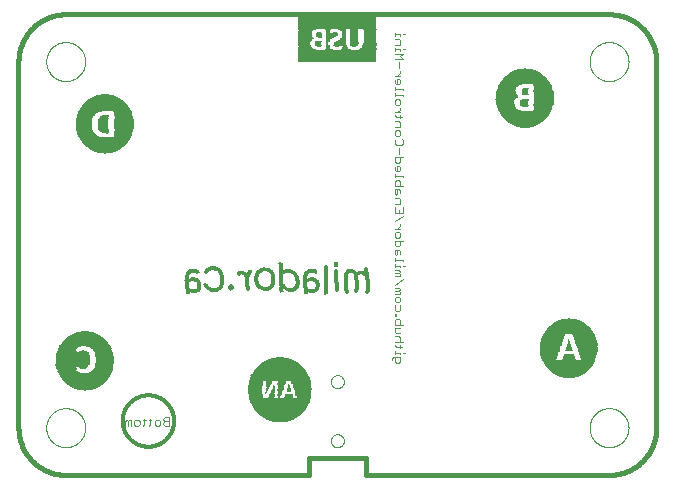
<source format=gbo>
G75*
%MOIN*%
%OFA0B0*%
%FSLAX25Y25*%
%IPPOS*%
%LPD*%
%AMOC8*
5,1,8,0,0,1.08239X$1,22.5*
%
%ADD10C,0.01600*%
%ADD11R,0.00660X0.00110*%
%ADD12R,0.03080X0.00110*%
%ADD13R,0.04180X0.00110*%
%ADD14R,0.05060X0.00110*%
%ADD15R,0.05720X0.00110*%
%ADD16R,0.06380X0.00110*%
%ADD17R,0.07040X0.00110*%
%ADD18R,0.07480X0.00110*%
%ADD19R,0.07920X0.00110*%
%ADD20R,0.08580X0.00110*%
%ADD21R,0.08800X0.00110*%
%ADD22R,0.09240X0.00110*%
%ADD23R,0.09680X0.00110*%
%ADD24R,0.10120X0.00110*%
%ADD25R,0.10340X0.00110*%
%ADD26R,0.10780X0.00110*%
%ADD27R,0.11000X0.00110*%
%ADD28R,0.11440X0.00110*%
%ADD29R,0.11660X0.00110*%
%ADD30R,0.11880X0.00110*%
%ADD31R,0.12100X0.00110*%
%ADD32R,0.12540X0.00110*%
%ADD33R,0.12760X0.00110*%
%ADD34R,0.12980X0.00110*%
%ADD35R,0.13200X0.00110*%
%ADD36R,0.13420X0.00110*%
%ADD37R,0.13640X0.00110*%
%ADD38R,0.13860X0.00110*%
%ADD39R,0.14080X0.00110*%
%ADD40R,0.14300X0.00110*%
%ADD41R,0.14520X0.00110*%
%ADD42R,0.14740X0.00110*%
%ADD43R,0.14960X0.00110*%
%ADD44R,0.15180X0.00110*%
%ADD45R,0.15400X0.00110*%
%ADD46R,0.15620X0.00110*%
%ADD47R,0.15840X0.00110*%
%ADD48R,0.16060X0.00110*%
%ADD49R,0.16280X0.00110*%
%ADD50R,0.16500X0.00110*%
%ADD51R,0.16720X0.00110*%
%ADD52R,0.16940X0.00110*%
%ADD53R,0.17160X0.00110*%
%ADD54R,0.17380X0.00110*%
%ADD55R,0.04950X0.00110*%
%ADD56R,0.05170X0.00110*%
%ADD57R,0.04730X0.00110*%
%ADD58R,0.04620X0.00110*%
%ADD59R,0.04400X0.00110*%
%ADD60R,0.04840X0.00110*%
%ADD61R,0.05170X0.00110*%
%ADD62R,0.03960X0.00110*%
%ADD63R,0.05280X0.00110*%
%ADD64R,0.05390X0.00110*%
%ADD65R,0.03740X0.00110*%
%ADD66R,0.05390X0.00110*%
%ADD67R,0.05500X0.00110*%
%ADD68R,0.05610X0.00110*%
%ADD69R,0.03520X0.00110*%
%ADD70R,0.05720X0.00110*%
%ADD71R,0.03300X0.00110*%
%ADD72R,0.05830X0.00110*%
%ADD73R,0.05940X0.00110*%
%ADD74R,0.06050X0.00110*%
%ADD75R,0.06160X0.00110*%
%ADD76R,0.06270X0.00110*%
%ADD77R,0.06270X0.00110*%
%ADD78R,0.06490X0.00110*%
%ADD79R,0.02420X0.00110*%
%ADD80R,0.02310X0.00110*%
%ADD81R,0.06600X0.00110*%
%ADD82R,0.06710X0.00110*%
%ADD83R,0.02200X0.00110*%
%ADD84R,0.02090X0.00110*%
%ADD85R,0.06820X0.00110*%
%ADD86R,0.01980X0.00110*%
%ADD87R,0.01870X0.00110*%
%ADD88R,0.06930X0.00110*%
%ADD89R,0.01760X0.00110*%
%ADD90R,0.06820X0.00110*%
%ADD91R,0.01650X0.00110*%
%ADD92R,0.01540X0.00110*%
%ADD93R,0.01430X0.00110*%
%ADD94R,0.01320X0.00110*%
%ADD95R,0.07150X0.00110*%
%ADD96R,0.01210X0.00110*%
%ADD97R,0.01100X0.00110*%
%ADD98R,0.07260X0.00110*%
%ADD99R,0.00990X0.00110*%
%ADD100R,0.00880X0.00110*%
%ADD101R,0.00770X0.00110*%
%ADD102R,0.07370X0.00110*%
%ADD103R,0.00550X0.00110*%
%ADD104R,0.00440X0.00110*%
%ADD105R,0.07370X0.00110*%
%ADD106R,0.00330X0.00110*%
%ADD107R,0.00220X0.00110*%
%ADD108R,0.00110X0.00110*%
%ADD109R,0.07590X0.00110*%
%ADD110R,0.12320X0.00110*%
%ADD111R,0.11220X0.00110*%
%ADD112R,0.08360X0.00110*%
%ADD113R,0.02860X0.00110*%
%ADD114R,0.05940X0.00110*%
%ADD115R,0.02420X0.00110*%
%ADD116R,0.02530X0.00110*%
%ADD117R,0.02640X0.00110*%
%ADD118R,0.02750X0.00110*%
%ADD119R,0.06490X0.00110*%
%ADD120R,0.11330X0.00110*%
%ADD121R,0.07920X0.00110*%
%ADD122R,0.07810X0.00110*%
%ADD123R,0.07040X0.00110*%
%ADD124R,0.02970X0.00110*%
%ADD125R,0.03630X0.00110*%
%ADD126R,0.10670X0.00110*%
%ADD127R,0.11110X0.00110*%
%ADD128R,0.10890X0.00110*%
%ADD129R,0.10670X0.00110*%
%ADD130R,0.10560X0.00110*%
%ADD131R,0.10450X0.00110*%
%ADD132R,0.03410X0.00110*%
%ADD133R,0.03190X0.00110*%
%ADD134R,0.07700X0.00110*%
%ADD135R,0.02970X0.00110*%
%ADD136R,0.03190X0.00110*%
%ADD137R,0.03520X0.00110*%
%ADD138R,0.26000X0.00130*%
%ADD139R,0.06240X0.00130*%
%ADD140R,0.04030X0.00130*%
%ADD141R,0.11830X0.00130*%
%ADD142R,0.05850X0.00130*%
%ADD143R,0.03250X0.00130*%
%ADD144R,0.02600X0.00130*%
%ADD145R,0.05720X0.00130*%
%ADD146R,0.05590X0.00130*%
%ADD147R,0.02080X0.00130*%
%ADD148R,0.05330X0.00130*%
%ADD149R,0.02210X0.00130*%
%ADD150R,0.01950X0.00130*%
%ADD151R,0.05070X0.00130*%
%ADD152R,0.05200X0.00130*%
%ADD153R,0.01560X0.00130*%
%ADD154R,0.04810X0.00130*%
%ADD155R,0.05070X0.00130*%
%ADD156R,0.01690X0.00130*%
%ADD157R,0.01430X0.00130*%
%ADD158R,0.04680X0.00130*%
%ADD159R,0.04940X0.00130*%
%ADD160R,0.04550X0.00130*%
%ADD161R,0.01300X0.00130*%
%ADD162R,0.04420X0.00130*%
%ADD163R,0.01170X0.00130*%
%ADD164R,0.04290X0.00130*%
%ADD165R,0.00650X0.00130*%
%ADD166R,0.04160X0.00130*%
%ADD167R,0.01040X0.00130*%
%ADD168R,0.01820X0.00130*%
%ADD169R,0.02340X0.00130*%
%ADD170R,0.04420X0.00130*%
%ADD171R,0.00910X0.00130*%
%ADD172R,0.02730X0.00130*%
%ADD173R,0.03900X0.00130*%
%ADD174R,0.02860X0.00130*%
%ADD175R,0.03770X0.00130*%
%ADD176R,0.03510X0.00130*%
%ADD177R,0.02990X0.00130*%
%ADD178R,0.02470X0.00130*%
%ADD179R,0.02470X0.00130*%
%ADD180R,0.01170X0.00130*%
%ADD181R,0.03640X0.00130*%
%ADD182R,0.03770X0.00130*%
%ADD183R,0.01820X0.00130*%
%ADD184R,0.00780X0.00130*%
%ADD185R,0.05460X0.00130*%
%ADD186R,0.03120X0.00130*%
%ADD187R,0.11440X0.00130*%
%ADD188R,0.02880X0.00120*%
%ADD189R,0.04200X0.00120*%
%ADD190R,0.05280X0.00120*%
%ADD191R,0.06000X0.00120*%
%ADD192R,0.06720X0.00120*%
%ADD193R,0.07440X0.00120*%
%ADD194R,0.08160X0.00120*%
%ADD195R,0.08640X0.00120*%
%ADD196R,0.09120X0.00120*%
%ADD197R,0.09600X0.00120*%
%ADD198R,0.10080X0.00120*%
%ADD199R,0.10560X0.00120*%
%ADD200R,0.10800X0.00120*%
%ADD201R,0.11280X0.00120*%
%ADD202R,0.11760X0.00120*%
%ADD203R,0.12000X0.00120*%
%ADD204R,0.12240X0.00120*%
%ADD205R,0.12720X0.00120*%
%ADD206R,0.12960X0.00120*%
%ADD207R,0.13200X0.00120*%
%ADD208R,0.13440X0.00120*%
%ADD209R,0.13920X0.00120*%
%ADD210R,0.14160X0.00120*%
%ADD211R,0.14400X0.00120*%
%ADD212R,0.14640X0.00120*%
%ADD213R,0.14880X0.00120*%
%ADD214R,0.15120X0.00120*%
%ADD215R,0.15360X0.00120*%
%ADD216R,0.15600X0.00120*%
%ADD217R,0.15840X0.00120*%
%ADD218R,0.16080X0.00120*%
%ADD219R,0.16080X0.00120*%
%ADD220R,0.16320X0.00120*%
%ADD221R,0.16560X0.00120*%
%ADD222R,0.16800X0.00120*%
%ADD223R,0.17040X0.00120*%
%ADD224R,0.17040X0.00120*%
%ADD225R,0.17280X0.00120*%
%ADD226R,0.17520X0.00120*%
%ADD227R,0.17760X0.00120*%
%ADD228R,0.18000X0.00120*%
%ADD229R,0.18000X0.00120*%
%ADD230R,0.18240X0.00120*%
%ADD231R,0.18480X0.00120*%
%ADD232R,0.18720X0.00120*%
%ADD233R,0.18720X0.00120*%
%ADD234R,0.18960X0.00120*%
%ADD235R,0.19200X0.00120*%
%ADD236R,0.19200X0.00120*%
%ADD237R,0.19440X0.00120*%
%ADD238R,0.19680X0.00120*%
%ADD239R,0.19680X0.00120*%
%ADD240R,0.19920X0.00120*%
%ADD241R,0.20160X0.00120*%
%ADD242R,0.20160X0.00120*%
%ADD243R,0.20280X0.00120*%
%ADD244R,0.20400X0.00120*%
%ADD245R,0.04440X0.00120*%
%ADD246R,0.03240X0.00120*%
%ADD247R,0.00960X0.00120*%
%ADD248R,0.02520X0.00120*%
%ADD249R,0.04800X0.00120*%
%ADD250R,0.04440X0.00120*%
%ADD251R,0.03120X0.00120*%
%ADD252R,0.00840X0.00120*%
%ADD253R,0.02400X0.00120*%
%ADD254R,0.04680X0.00120*%
%ADD255R,0.04560X0.00120*%
%ADD256R,0.03000X0.00120*%
%ADD257R,0.00840X0.00120*%
%ADD258R,0.02280X0.00120*%
%ADD259R,0.04560X0.00120*%
%ADD260R,0.02880X0.00120*%
%ADD261R,0.02160X0.00120*%
%ADD262R,0.04680X0.00120*%
%ADD263R,0.02760X0.00120*%
%ADD264R,0.02040X0.00120*%
%ADD265R,0.02640X0.00120*%
%ADD266R,0.00960X0.00120*%
%ADD267R,0.02040X0.00120*%
%ADD268R,0.04920X0.00120*%
%ADD269R,0.02640X0.00120*%
%ADD270R,0.01920X0.00120*%
%ADD271R,0.04920X0.00120*%
%ADD272R,0.02520X0.00120*%
%ADD273R,0.01080X0.00120*%
%ADD274R,0.01920X0.00120*%
%ADD275R,0.04800X0.00120*%
%ADD276R,0.05040X0.00120*%
%ADD277R,0.01800X0.00120*%
%ADD278R,0.05040X0.00120*%
%ADD279R,0.02400X0.00120*%
%ADD280R,0.01080X0.00120*%
%ADD281R,0.01800X0.00120*%
%ADD282R,0.01200X0.00120*%
%ADD283R,0.01680X0.00120*%
%ADD284R,0.05160X0.00120*%
%ADD285R,0.01200X0.00120*%
%ADD286R,0.01680X0.00120*%
%ADD287R,0.05280X0.00120*%
%ADD288R,0.01560X0.00120*%
%ADD289R,0.01320X0.00120*%
%ADD290R,0.05400X0.00120*%
%ADD291R,0.01320X0.00120*%
%ADD292R,0.01440X0.00120*%
%ADD293R,0.00120X0.00120*%
%ADD294R,0.05400X0.00120*%
%ADD295R,0.00240X0.00120*%
%ADD296R,0.00240X0.00120*%
%ADD297R,0.05520X0.00120*%
%ADD298R,0.01440X0.00120*%
%ADD299R,0.00120X0.00120*%
%ADD300R,0.05520X0.00120*%
%ADD301R,0.01560X0.00120*%
%ADD302R,0.05640X0.00120*%
%ADD303R,0.00360X0.00120*%
%ADD304R,0.05640X0.00120*%
%ADD305R,0.00360X0.00120*%
%ADD306R,0.00480X0.00120*%
%ADD307R,0.05760X0.00120*%
%ADD308R,0.00600X0.00120*%
%ADD309R,0.05760X0.00120*%
%ADD310R,0.00600X0.00120*%
%ADD311R,0.00720X0.00120*%
%ADD312R,0.05880X0.00120*%
%ADD313R,0.00720X0.00120*%
%ADD314R,0.05880X0.00120*%
%ADD315R,0.06000X0.00120*%
%ADD316R,0.00480X0.00120*%
%ADD317R,0.00720X0.00120*%
%ADD318R,0.06120X0.00120*%
%ADD319R,0.06120X0.00120*%
%ADD320R,0.06240X0.00120*%
%ADD321R,0.02160X0.00120*%
%ADD322R,0.00120X0.00120*%
%ADD323R,0.06240X0.00120*%
%ADD324R,0.02280X0.00120*%
%ADD325R,0.06240X0.00120*%
%ADD326R,0.06360X0.00120*%
%ADD327R,0.06360X0.00120*%
%ADD328R,0.02760X0.00120*%
%ADD329R,0.06480X0.00120*%
%ADD330R,0.06480X0.00120*%
%ADD331R,0.03360X0.00120*%
%ADD332R,0.19920X0.00120*%
%ADD333R,0.19440X0.00120*%
%ADD334R,0.19080X0.00120*%
%ADD335R,0.18840X0.00120*%
%ADD336R,0.18600X0.00120*%
%ADD337R,0.18480X0.00120*%
%ADD338R,0.18240X0.00120*%
%ADD339R,0.17760X0.00120*%
%ADD340R,0.17520X0.00120*%
%ADD341R,0.17280X0.00120*%
%ADD342R,0.16920X0.00120*%
%ADD343R,0.16560X0.00120*%
%ADD344R,0.16320X0.00120*%
%ADD345R,0.15600X0.00120*%
%ADD346R,0.15360X0.00120*%
%ADD347R,0.15120X0.00120*%
%ADD348R,0.14880X0.00120*%
%ADD349R,0.14400X0.00120*%
%ADD350R,0.14160X0.00120*%
%ADD351R,0.13920X0.00120*%
%ADD352R,0.13440X0.00120*%
%ADD353R,0.12960X0.00120*%
%ADD354R,0.12720X0.00120*%
%ADD355R,0.12240X0.00120*%
%ADD356R,0.12000X0.00120*%
%ADD357R,0.11280X0.00120*%
%ADD358R,0.10800X0.00120*%
%ADD359R,0.10560X0.00120*%
%ADD360R,0.10080X0.00120*%
%ADD361R,0.09120X0.00120*%
%ADD362R,0.08640X0.00120*%
%ADD363R,0.08160X0.00120*%
%ADD364R,0.07440X0.00120*%
%ADD365R,0.04080X0.00120*%
%ADD366C,0.01200*%
%ADD367C,0.00300*%
%ADD368R,0.00390X0.00130*%
%ADD369R,0.00260X0.00130*%
%ADD370R,0.01040X0.00130*%
%ADD371R,0.00130X0.00130*%
%ADD372R,0.04290X0.00130*%
%ADD373R,0.02340X0.00130*%
%ADD374R,0.00520X0.00130*%
%ADD375R,0.01690X0.00130*%
%ADD376R,0.04940X0.00130*%
%ADD377R,0.00390X0.00130*%
%ADD378R,0.03120X0.00130*%
%ADD379R,0.03380X0.00130*%
%ADD380R,0.00520X0.00130*%
%ADD381C,0.00000*%
D10*
X0029642Y0013894D02*
X0110744Y0013894D01*
X0110744Y0019406D01*
X0129642Y0019406D01*
X0129642Y0013894D01*
X0210744Y0013894D01*
X0211125Y0013899D01*
X0211505Y0013912D01*
X0211885Y0013935D01*
X0212264Y0013968D01*
X0212642Y0014009D01*
X0213019Y0014059D01*
X0213395Y0014119D01*
X0213770Y0014187D01*
X0214142Y0014265D01*
X0214513Y0014352D01*
X0214881Y0014447D01*
X0215247Y0014552D01*
X0215610Y0014665D01*
X0215971Y0014787D01*
X0216328Y0014917D01*
X0216682Y0015057D01*
X0217033Y0015204D01*
X0217380Y0015361D01*
X0217723Y0015525D01*
X0218062Y0015698D01*
X0218397Y0015879D01*
X0218728Y0016068D01*
X0219053Y0016265D01*
X0219374Y0016469D01*
X0219690Y0016682D01*
X0220000Y0016902D01*
X0220306Y0017129D01*
X0220605Y0017364D01*
X0220899Y0017606D01*
X0221187Y0017854D01*
X0221469Y0018110D01*
X0221744Y0018373D01*
X0222013Y0018642D01*
X0222276Y0018917D01*
X0222532Y0019199D01*
X0222780Y0019487D01*
X0223022Y0019781D01*
X0223257Y0020080D01*
X0223484Y0020386D01*
X0223704Y0020696D01*
X0223917Y0021012D01*
X0224121Y0021333D01*
X0224318Y0021658D01*
X0224507Y0021989D01*
X0224688Y0022324D01*
X0224861Y0022663D01*
X0225025Y0023006D01*
X0225182Y0023353D01*
X0225329Y0023704D01*
X0225469Y0024058D01*
X0225599Y0024415D01*
X0225721Y0024776D01*
X0225834Y0025139D01*
X0225939Y0025505D01*
X0226034Y0025873D01*
X0226121Y0026244D01*
X0226199Y0026616D01*
X0226267Y0026991D01*
X0226327Y0027367D01*
X0226377Y0027744D01*
X0226418Y0028122D01*
X0226451Y0028501D01*
X0226474Y0028881D01*
X0226487Y0029261D01*
X0226492Y0029642D01*
X0226492Y0151689D01*
X0226487Y0152070D01*
X0226474Y0152450D01*
X0226451Y0152830D01*
X0226418Y0153209D01*
X0226377Y0153587D01*
X0226327Y0153964D01*
X0226267Y0154340D01*
X0226199Y0154715D01*
X0226121Y0155087D01*
X0226034Y0155458D01*
X0225939Y0155826D01*
X0225834Y0156192D01*
X0225721Y0156555D01*
X0225599Y0156916D01*
X0225469Y0157273D01*
X0225329Y0157627D01*
X0225182Y0157978D01*
X0225025Y0158325D01*
X0224861Y0158668D01*
X0224688Y0159007D01*
X0224507Y0159342D01*
X0224318Y0159673D01*
X0224121Y0159998D01*
X0223917Y0160319D01*
X0223704Y0160635D01*
X0223484Y0160945D01*
X0223257Y0161251D01*
X0223022Y0161550D01*
X0222780Y0161844D01*
X0222532Y0162132D01*
X0222276Y0162414D01*
X0222013Y0162689D01*
X0221744Y0162958D01*
X0221469Y0163221D01*
X0221187Y0163477D01*
X0220899Y0163725D01*
X0220605Y0163967D01*
X0220306Y0164202D01*
X0220000Y0164429D01*
X0219690Y0164649D01*
X0219374Y0164862D01*
X0219053Y0165066D01*
X0218728Y0165263D01*
X0218397Y0165452D01*
X0218062Y0165633D01*
X0217723Y0165806D01*
X0217380Y0165970D01*
X0217033Y0166127D01*
X0216682Y0166274D01*
X0216328Y0166414D01*
X0215971Y0166544D01*
X0215610Y0166666D01*
X0215247Y0166779D01*
X0214881Y0166884D01*
X0214513Y0166979D01*
X0214142Y0167066D01*
X0213770Y0167144D01*
X0213395Y0167212D01*
X0213019Y0167272D01*
X0212642Y0167322D01*
X0212264Y0167363D01*
X0211885Y0167396D01*
X0211505Y0167419D01*
X0211125Y0167432D01*
X0210744Y0167437D01*
X0029642Y0167437D01*
X0029261Y0167432D01*
X0028881Y0167419D01*
X0028501Y0167396D01*
X0028122Y0167363D01*
X0027744Y0167322D01*
X0027367Y0167272D01*
X0026991Y0167212D01*
X0026616Y0167144D01*
X0026244Y0167066D01*
X0025873Y0166979D01*
X0025505Y0166884D01*
X0025139Y0166779D01*
X0024776Y0166666D01*
X0024415Y0166544D01*
X0024058Y0166414D01*
X0023704Y0166274D01*
X0023353Y0166127D01*
X0023006Y0165970D01*
X0022663Y0165806D01*
X0022324Y0165633D01*
X0021989Y0165452D01*
X0021658Y0165263D01*
X0021333Y0165066D01*
X0021012Y0164862D01*
X0020696Y0164649D01*
X0020386Y0164429D01*
X0020080Y0164202D01*
X0019781Y0163967D01*
X0019487Y0163725D01*
X0019199Y0163477D01*
X0018917Y0163221D01*
X0018642Y0162958D01*
X0018373Y0162689D01*
X0018110Y0162414D01*
X0017854Y0162132D01*
X0017606Y0161844D01*
X0017364Y0161550D01*
X0017129Y0161251D01*
X0016902Y0160945D01*
X0016682Y0160635D01*
X0016469Y0160319D01*
X0016265Y0159998D01*
X0016068Y0159673D01*
X0015879Y0159342D01*
X0015698Y0159007D01*
X0015525Y0158668D01*
X0015361Y0158325D01*
X0015204Y0157978D01*
X0015057Y0157627D01*
X0014917Y0157273D01*
X0014787Y0156916D01*
X0014665Y0156555D01*
X0014552Y0156192D01*
X0014447Y0155826D01*
X0014352Y0155458D01*
X0014265Y0155087D01*
X0014187Y0154715D01*
X0014119Y0154340D01*
X0014059Y0153964D01*
X0014009Y0153587D01*
X0013968Y0153209D01*
X0013935Y0152830D01*
X0013912Y0152450D01*
X0013899Y0152070D01*
X0013894Y0151689D01*
X0013894Y0029642D01*
X0013899Y0029261D01*
X0013912Y0028881D01*
X0013935Y0028501D01*
X0013968Y0028122D01*
X0014009Y0027744D01*
X0014059Y0027367D01*
X0014119Y0026991D01*
X0014187Y0026616D01*
X0014265Y0026244D01*
X0014352Y0025873D01*
X0014447Y0025505D01*
X0014552Y0025139D01*
X0014665Y0024776D01*
X0014787Y0024415D01*
X0014917Y0024058D01*
X0015057Y0023704D01*
X0015204Y0023353D01*
X0015361Y0023006D01*
X0015525Y0022663D01*
X0015698Y0022324D01*
X0015879Y0021989D01*
X0016068Y0021658D01*
X0016265Y0021333D01*
X0016469Y0021012D01*
X0016682Y0020696D01*
X0016902Y0020386D01*
X0017129Y0020080D01*
X0017364Y0019781D01*
X0017606Y0019487D01*
X0017854Y0019199D01*
X0018110Y0018917D01*
X0018373Y0018642D01*
X0018642Y0018373D01*
X0018917Y0018110D01*
X0019199Y0017854D01*
X0019487Y0017606D01*
X0019781Y0017364D01*
X0020080Y0017129D01*
X0020386Y0016902D01*
X0020696Y0016682D01*
X0021012Y0016469D01*
X0021333Y0016265D01*
X0021658Y0016068D01*
X0021989Y0015879D01*
X0022324Y0015698D01*
X0022663Y0015525D01*
X0023006Y0015361D01*
X0023353Y0015204D01*
X0023704Y0015057D01*
X0024058Y0014917D01*
X0024415Y0014787D01*
X0024776Y0014665D01*
X0025139Y0014552D01*
X0025505Y0014447D01*
X0025873Y0014352D01*
X0026244Y0014265D01*
X0026616Y0014187D01*
X0026991Y0014119D01*
X0027367Y0014059D01*
X0027744Y0014009D01*
X0028122Y0013968D01*
X0028501Y0013935D01*
X0028881Y0013912D01*
X0029261Y0013899D01*
X0029642Y0013894D01*
D11*
X0035967Y0041956D03*
X0035967Y0061536D03*
X0042649Y0120961D03*
X0042649Y0140541D03*
X0182706Y0149110D03*
X0182706Y0129530D03*
X0197336Y0065715D03*
X0197446Y0058015D03*
X0197446Y0057905D03*
X0197336Y0046135D03*
D12*
X0197336Y0046245D03*
X0182706Y0129640D03*
X0042649Y0121071D03*
X0042319Y0128661D03*
X0042319Y0132621D03*
X0035967Y0042066D03*
D13*
X0035967Y0042176D03*
X0035967Y0061316D03*
X0042649Y0121181D03*
X0042649Y0140321D03*
X0182706Y0148890D03*
X0182706Y0129750D03*
X0197336Y0065495D03*
X0197446Y0052625D03*
X0197446Y0052515D03*
X0197446Y0052405D03*
X0197336Y0046355D03*
D14*
X0197336Y0046465D03*
X0190846Y0052625D03*
X0197336Y0065385D03*
X0182706Y0129860D03*
X0182706Y0148780D03*
X0042649Y0140211D03*
X0042649Y0121291D03*
X0035967Y0061206D03*
X0035967Y0042286D03*
D15*
X0035967Y0042396D03*
X0042567Y0053286D03*
X0035967Y0061096D03*
X0042649Y0121401D03*
X0048699Y0126901D03*
X0048699Y0127011D03*
X0048699Y0127121D03*
X0048699Y0134381D03*
X0048699Y0134491D03*
X0048699Y0134601D03*
X0048589Y0134711D03*
X0048589Y0134821D03*
X0042649Y0140101D03*
X0036489Y0127451D03*
X0182706Y0129970D03*
X0182706Y0148670D03*
X0197336Y0065275D03*
X0203826Y0053725D03*
X0197336Y0046575D03*
D16*
X0197336Y0046685D03*
X0190956Y0054825D03*
X0190956Y0054935D03*
X0190956Y0055045D03*
X0203716Y0055045D03*
X0203716Y0055155D03*
X0197336Y0065165D03*
X0182706Y0130080D03*
X0176986Y0135690D03*
X0176216Y0138990D03*
X0176436Y0141300D03*
X0176436Y0141410D03*
X0177096Y0143280D03*
X0182706Y0148560D03*
X0188866Y0141850D03*
X0188866Y0141740D03*
X0188866Y0141630D03*
X0188866Y0141520D03*
X0188866Y0137120D03*
X0188866Y0137010D03*
X0188866Y0136900D03*
X0188866Y0136790D03*
X0049029Y0132181D03*
X0049029Y0132071D03*
X0049029Y0131961D03*
X0049029Y0131851D03*
X0049029Y0131741D03*
X0049029Y0131631D03*
X0049029Y0131521D03*
X0049029Y0131411D03*
X0049029Y0131301D03*
X0049029Y0131191D03*
X0049029Y0130311D03*
X0049029Y0130201D03*
X0049029Y0130091D03*
X0049029Y0129981D03*
X0049029Y0129871D03*
X0049029Y0129761D03*
X0049029Y0129651D03*
X0049029Y0129541D03*
X0049029Y0129431D03*
X0049029Y0129321D03*
X0042649Y0121511D03*
X0036929Y0134491D03*
X0042649Y0139991D03*
X0035967Y0060986D03*
X0041467Y0055926D03*
X0041577Y0055816D03*
X0042017Y0048886D03*
X0041907Y0048776D03*
X0041907Y0048666D03*
X0035967Y0042506D03*
X0030137Y0048226D03*
X0029917Y0048886D03*
X0029917Y0048996D03*
X0029917Y0049106D03*
X0030027Y0054716D03*
D17*
X0031127Y0056696D03*
X0035967Y0060876D03*
X0040917Y0056476D03*
X0035967Y0042616D03*
X0042649Y0121621D03*
X0042649Y0139881D03*
X0176656Y0140310D03*
X0182706Y0148450D03*
X0182706Y0130190D03*
X0197336Y0065055D03*
X0203276Y0057465D03*
X0203386Y0057135D03*
X0203386Y0057025D03*
X0203386Y0056915D03*
X0191286Y0056915D03*
X0191286Y0056805D03*
X0197336Y0046795D03*
D18*
X0197336Y0046905D03*
X0197336Y0064945D03*
X0182706Y0130300D03*
X0177756Y0135140D03*
X0176876Y0139870D03*
X0176876Y0139980D03*
X0177976Y0143940D03*
X0182706Y0148340D03*
X0042649Y0139771D03*
X0042649Y0121731D03*
X0035967Y0060766D03*
X0041027Y0047786D03*
X0035967Y0042726D03*
X0030907Y0047676D03*
D19*
X0035967Y0042836D03*
X0035967Y0060656D03*
X0042649Y0121841D03*
X0042649Y0139661D03*
X0182706Y0148230D03*
X0182706Y0130410D03*
X0197336Y0064835D03*
X0197336Y0047015D03*
D20*
X0197336Y0047125D03*
X0182706Y0130520D03*
X0042649Y0121951D03*
X0035967Y0042946D03*
D21*
X0035967Y0043056D03*
X0035967Y0060436D03*
X0042649Y0122061D03*
X0042649Y0139441D03*
X0182706Y0148010D03*
X0182706Y0130630D03*
X0197336Y0064615D03*
X0197336Y0047235D03*
D22*
X0197336Y0047345D03*
X0197336Y0064505D03*
X0182706Y0130740D03*
X0182706Y0147900D03*
X0042649Y0139331D03*
X0042649Y0122171D03*
X0035967Y0060326D03*
X0035967Y0043166D03*
D23*
X0035967Y0043276D03*
X0035967Y0060216D03*
X0042649Y0122281D03*
X0042649Y0139221D03*
X0182706Y0130850D03*
X0182706Y0147790D03*
X0197336Y0064395D03*
X0197336Y0047455D03*
D24*
X0197336Y0047565D03*
X0197336Y0064285D03*
X0182706Y0130960D03*
X0182706Y0147680D03*
X0042649Y0139111D03*
X0042649Y0122391D03*
X0035967Y0060106D03*
X0035967Y0043386D03*
D25*
X0035967Y0043496D03*
X0035967Y0059996D03*
X0042649Y0122501D03*
X0042649Y0139001D03*
X0182706Y0131070D03*
X0182706Y0147570D03*
X0197336Y0064175D03*
X0197336Y0047675D03*
D26*
X0197336Y0047785D03*
X0197336Y0064065D03*
X0182706Y0131180D03*
X0182706Y0147460D03*
X0042649Y0138891D03*
X0042649Y0122611D03*
X0035967Y0059886D03*
X0032007Y0053946D03*
X0031897Y0050206D03*
X0035967Y0043606D03*
D27*
X0035967Y0043716D03*
X0031897Y0050316D03*
X0031897Y0050426D03*
X0031897Y0050536D03*
X0032007Y0053506D03*
X0032007Y0053616D03*
X0032007Y0053726D03*
X0035967Y0059776D03*
X0042649Y0122721D03*
X0042649Y0138781D03*
X0182706Y0131290D03*
X0182706Y0147350D03*
X0197336Y0063955D03*
X0197336Y0047895D03*
D28*
X0197336Y0048005D03*
X0182706Y0131400D03*
X0042649Y0122831D03*
X0032007Y0052076D03*
X0032007Y0051966D03*
X0032007Y0051856D03*
X0032007Y0051746D03*
X0032007Y0051636D03*
X0032007Y0051526D03*
X0035967Y0043826D03*
D29*
X0035967Y0043936D03*
X0035967Y0059556D03*
X0042649Y0122941D03*
X0042649Y0138561D03*
X0182706Y0131510D03*
X0182706Y0147130D03*
X0197336Y0063735D03*
X0197336Y0048115D03*
D30*
X0197336Y0048225D03*
X0197336Y0063625D03*
X0182706Y0131620D03*
X0182706Y0147020D03*
X0042649Y0138451D03*
X0042649Y0123051D03*
X0035967Y0059446D03*
X0035967Y0044046D03*
D31*
X0035967Y0044156D03*
X0035967Y0059336D03*
X0042649Y0123161D03*
X0042649Y0138341D03*
X0182706Y0131730D03*
X0182706Y0146910D03*
X0197336Y0063515D03*
X0197336Y0048335D03*
D32*
X0197336Y0048445D03*
X0182706Y0131840D03*
X0042649Y0123271D03*
X0035967Y0044266D03*
D33*
X0035967Y0044376D03*
X0035967Y0059116D03*
X0042649Y0123381D03*
X0042649Y0138121D03*
X0182706Y0131950D03*
X0182706Y0146690D03*
X0197336Y0063295D03*
X0197336Y0048555D03*
D34*
X0197336Y0048665D03*
X0197336Y0063185D03*
X0182706Y0132060D03*
X0182706Y0146580D03*
X0042649Y0138011D03*
X0042649Y0123491D03*
X0035967Y0059006D03*
X0035967Y0044486D03*
D35*
X0035967Y0044596D03*
X0035967Y0058896D03*
X0042649Y0123601D03*
X0042649Y0137901D03*
X0182706Y0132170D03*
X0182706Y0146470D03*
X0197336Y0063075D03*
X0197336Y0048775D03*
D36*
X0197336Y0048885D03*
X0197336Y0062965D03*
X0182706Y0132280D03*
X0182706Y0146360D03*
X0042649Y0137791D03*
X0042649Y0123711D03*
X0035967Y0058786D03*
X0035967Y0044706D03*
D37*
X0035967Y0044816D03*
X0035967Y0058676D03*
X0042649Y0123821D03*
X0042649Y0137681D03*
X0182706Y0132390D03*
X0182706Y0146250D03*
X0197336Y0062855D03*
X0197336Y0048995D03*
D38*
X0197336Y0049105D03*
X0197336Y0062745D03*
X0182706Y0132500D03*
X0182706Y0146140D03*
X0042649Y0137571D03*
X0042649Y0123931D03*
X0035967Y0058566D03*
X0035967Y0044926D03*
D39*
X0035967Y0045036D03*
X0035967Y0058456D03*
X0042649Y0124041D03*
X0042649Y0137461D03*
X0182706Y0132610D03*
X0182706Y0146030D03*
X0197336Y0062635D03*
X0197336Y0049215D03*
D40*
X0197336Y0049325D03*
X0197336Y0062525D03*
X0182706Y0132720D03*
X0182706Y0145920D03*
X0042649Y0137351D03*
X0042649Y0124151D03*
X0035967Y0058346D03*
X0035967Y0045146D03*
D41*
X0035967Y0045256D03*
X0035967Y0045366D03*
X0035967Y0058126D03*
X0035967Y0058236D03*
X0042649Y0124261D03*
X0042649Y0124371D03*
X0042649Y0137131D03*
X0042649Y0137241D03*
X0182706Y0132940D03*
X0182706Y0132830D03*
X0182706Y0145700D03*
X0182706Y0145810D03*
X0197336Y0062415D03*
X0197336Y0062305D03*
X0197336Y0049545D03*
X0197336Y0049435D03*
D42*
X0197336Y0049655D03*
X0197336Y0062195D03*
X0182706Y0133050D03*
X0182706Y0145590D03*
X0042649Y0137021D03*
X0042649Y0124481D03*
X0035967Y0058016D03*
X0035967Y0045476D03*
D43*
X0035967Y0045586D03*
X0035967Y0057906D03*
X0042649Y0124591D03*
X0042649Y0136911D03*
X0182706Y0133160D03*
X0182706Y0145480D03*
X0197336Y0062085D03*
X0197336Y0049765D03*
D44*
X0197336Y0049875D03*
X0197336Y0061975D03*
X0182706Y0133270D03*
X0182706Y0145370D03*
X0042649Y0136801D03*
X0042649Y0124701D03*
X0035967Y0057796D03*
X0035967Y0045696D03*
D45*
X0035967Y0045806D03*
X0035967Y0045916D03*
X0035967Y0057576D03*
X0035967Y0057686D03*
X0042649Y0124811D03*
X0042649Y0124921D03*
X0042649Y0136581D03*
X0042649Y0136691D03*
X0182706Y0133490D03*
X0182706Y0133380D03*
X0182706Y0145150D03*
X0182706Y0145260D03*
X0197336Y0061865D03*
X0197336Y0061755D03*
X0197336Y0050095D03*
X0197336Y0049985D03*
D46*
X0197336Y0050205D03*
X0197336Y0061645D03*
X0182706Y0133600D03*
X0182706Y0145040D03*
X0042649Y0136471D03*
X0042649Y0125031D03*
X0035967Y0057466D03*
X0035967Y0046026D03*
D47*
X0035967Y0046136D03*
X0035967Y0046246D03*
X0035967Y0057246D03*
X0035967Y0057356D03*
X0042649Y0125141D03*
X0042649Y0125251D03*
X0042649Y0136251D03*
X0042649Y0136361D03*
X0182706Y0133820D03*
X0182706Y0133710D03*
X0182706Y0144820D03*
X0182706Y0144930D03*
X0197336Y0061535D03*
X0197336Y0061425D03*
X0197336Y0050425D03*
X0197336Y0050315D03*
D48*
X0197336Y0050535D03*
X0197336Y0061315D03*
X0182706Y0133930D03*
X0182706Y0144710D03*
X0042649Y0136141D03*
X0042649Y0125361D03*
X0035967Y0057136D03*
X0035967Y0046356D03*
D49*
X0035967Y0046466D03*
X0035967Y0046576D03*
X0035967Y0056916D03*
X0035967Y0057026D03*
X0042649Y0125471D03*
X0042649Y0125581D03*
X0042649Y0135921D03*
X0042649Y0136031D03*
X0182706Y0134150D03*
X0182706Y0134040D03*
X0182706Y0144490D03*
X0182706Y0144600D03*
X0197336Y0061205D03*
X0197336Y0061095D03*
X0197336Y0050755D03*
X0197336Y0050645D03*
D50*
X0197336Y0050865D03*
X0197336Y0060985D03*
X0182706Y0134260D03*
X0182706Y0144380D03*
X0042649Y0135811D03*
X0042649Y0125691D03*
X0035967Y0046686D03*
D51*
X0035967Y0046796D03*
X0035967Y0046906D03*
X0042649Y0125801D03*
X0042649Y0125911D03*
X0042649Y0135591D03*
X0042649Y0135701D03*
X0182706Y0134480D03*
X0182706Y0134370D03*
X0182706Y0144160D03*
X0182706Y0144270D03*
X0197336Y0051085D03*
X0197336Y0050975D03*
D52*
X0197336Y0051195D03*
X0197336Y0051305D03*
X0182706Y0134590D03*
X0182706Y0134700D03*
X0182706Y0144050D03*
X0042649Y0135481D03*
X0042649Y0135371D03*
X0042649Y0126131D03*
X0042649Y0126021D03*
X0035967Y0047126D03*
X0035967Y0047016D03*
D53*
X0035967Y0047236D03*
X0035967Y0047346D03*
X0042649Y0135151D03*
X0042649Y0135261D03*
X0182706Y0134920D03*
X0182706Y0134810D03*
X0197336Y0051525D03*
X0197336Y0051415D03*
D54*
X0197336Y0051635D03*
X0197336Y0051745D03*
X0182706Y0135030D03*
X0035967Y0047456D03*
D55*
X0190791Y0052405D03*
X0190791Y0052515D03*
X0191011Y0051855D03*
X0203661Y0051855D03*
X0203881Y0052405D03*
X0203881Y0052515D03*
X0203881Y0052625D03*
D56*
X0197501Y0051855D03*
D57*
X0203771Y0051965D03*
X0203881Y0052075D03*
X0203881Y0052185D03*
X0203881Y0052295D03*
X0190901Y0051965D03*
D58*
X0197446Y0051965D03*
D59*
X0197446Y0052075D03*
X0197446Y0052185D03*
X0197446Y0052295D03*
D60*
X0190846Y0052295D03*
X0190846Y0052185D03*
X0190846Y0052075D03*
D61*
X0190791Y0052735D03*
X0190791Y0052845D03*
X0203881Y0052845D03*
X0203881Y0052735D03*
X0203881Y0052955D03*
D62*
X0197446Y0052955D03*
X0197446Y0052845D03*
X0197446Y0052735D03*
D63*
X0190846Y0052955D03*
X0035829Y0129101D03*
X0035829Y0129211D03*
X0035719Y0129541D03*
X0035719Y0129651D03*
X0035719Y0129761D03*
X0035719Y0129871D03*
X0035719Y0129981D03*
X0035719Y0130091D03*
X0035719Y0130201D03*
X0035719Y0130311D03*
X0035719Y0131191D03*
X0035719Y0131301D03*
X0035719Y0131411D03*
X0035719Y0131521D03*
X0035719Y0131631D03*
X0035719Y0131741D03*
X0035719Y0131851D03*
X0035829Y0132291D03*
D64*
X0035994Y0128551D03*
X0035994Y0128441D03*
X0203881Y0053285D03*
X0203881Y0053175D03*
X0203881Y0053065D03*
D65*
X0197446Y0053065D03*
X0197446Y0053175D03*
X0197446Y0053285D03*
D66*
X0190791Y0053175D03*
X0190791Y0053065D03*
X0035884Y0128661D03*
X0035884Y0128771D03*
X0035884Y0128881D03*
X0035884Y0128991D03*
X0035774Y0129321D03*
X0035774Y0129431D03*
X0035664Y0130421D03*
X0035664Y0130531D03*
X0035664Y0130641D03*
X0035664Y0130751D03*
X0035664Y0130861D03*
X0035664Y0130971D03*
X0035664Y0131081D03*
X0035774Y0131961D03*
X0035774Y0132071D03*
X0035774Y0132181D03*
X0035884Y0132401D03*
X0035884Y0132511D03*
X0035884Y0132621D03*
D67*
X0035939Y0132731D03*
X0035939Y0132841D03*
X0036049Y0132951D03*
X0036049Y0133061D03*
X0036049Y0128331D03*
X0036049Y0128221D03*
X0036159Y0128111D03*
X0036159Y0128001D03*
X0048479Y0126351D03*
X0190846Y0053285D03*
D68*
X0190791Y0053395D03*
X0190791Y0053505D03*
X0203881Y0053505D03*
X0203881Y0053395D03*
X0203881Y0053615D03*
X0048644Y0126681D03*
X0048644Y0126791D03*
X0048534Y0126571D03*
X0048534Y0126461D03*
X0036324Y0127671D03*
X0036324Y0127781D03*
X0036214Y0127891D03*
X0036104Y0133171D03*
X0036104Y0133281D03*
X0036214Y0133391D03*
X0036214Y0133501D03*
D69*
X0197446Y0053615D03*
X0197446Y0053505D03*
X0197446Y0053395D03*
D70*
X0190846Y0053615D03*
X0190846Y0053725D03*
X0188536Y0143500D03*
X0188426Y0143720D03*
X0048479Y0134931D03*
X0048369Y0126241D03*
X0036379Y0127561D03*
X0036269Y0133611D03*
X0036379Y0133721D03*
D71*
X0042209Y0132291D03*
X0042209Y0132181D03*
X0042209Y0129211D03*
X0042209Y0129101D03*
X0042209Y0128991D03*
X0035307Y0049766D03*
X0197446Y0053725D03*
X0197446Y0053835D03*
D72*
X0203881Y0053835D03*
X0203881Y0053945D03*
X0190791Y0053835D03*
X0176381Y0136680D03*
X0176271Y0136900D03*
X0176271Y0137010D03*
X0176271Y0137120D03*
X0176161Y0137340D03*
X0176161Y0137450D03*
X0176161Y0137560D03*
X0176161Y0137670D03*
X0176161Y0137780D03*
X0188261Y0143940D03*
X0188371Y0143830D03*
X0188481Y0143610D03*
X0188591Y0143390D03*
X0188591Y0143280D03*
X0048754Y0134271D03*
X0048754Y0134161D03*
X0048754Y0134051D03*
X0048424Y0135041D03*
X0048754Y0127451D03*
X0048754Y0127341D03*
X0048754Y0127231D03*
X0036544Y0127341D03*
X0036434Y0133831D03*
X0042292Y0054386D03*
X0042402Y0054056D03*
X0042402Y0053946D03*
X0042512Y0053726D03*
X0042512Y0053616D03*
X0042512Y0053506D03*
X0042512Y0053396D03*
X0042622Y0053176D03*
X0042622Y0053066D03*
X0042622Y0052956D03*
X0042622Y0052846D03*
X0042622Y0052736D03*
X0042622Y0052626D03*
X0042622Y0052516D03*
X0042622Y0052406D03*
X0042622Y0052296D03*
X0042622Y0052186D03*
X0042732Y0052076D03*
X0042622Y0051306D03*
X0042622Y0051196D03*
X0042622Y0051086D03*
X0042622Y0050976D03*
X0042622Y0050866D03*
D73*
X0042567Y0050756D03*
X0042567Y0050646D03*
X0042567Y0050536D03*
X0042567Y0050426D03*
X0042457Y0050206D03*
X0042457Y0050096D03*
X0042457Y0049986D03*
X0042677Y0051416D03*
X0042677Y0051526D03*
X0042677Y0051636D03*
X0042677Y0051746D03*
X0042677Y0051856D03*
X0042677Y0051966D03*
X0042457Y0053836D03*
X0042347Y0054166D03*
X0042347Y0054276D03*
X0042127Y0054716D03*
X0042127Y0054826D03*
X0042017Y0055046D03*
X0030357Y0056146D03*
X0030247Y0055926D03*
X0036709Y0127121D03*
X0036599Y0127231D03*
X0036489Y0133941D03*
X0036599Y0134051D03*
X0048809Y0133941D03*
X0048809Y0133831D03*
X0048809Y0133721D03*
X0048809Y0127781D03*
X0048809Y0127671D03*
X0048809Y0127561D03*
X0176106Y0137890D03*
X0176106Y0138000D03*
X0176106Y0138110D03*
X0176216Y0137230D03*
X0176436Y0136570D03*
X0176436Y0136460D03*
X0176546Y0136350D03*
X0176546Y0136240D03*
X0188536Y0135360D03*
X0188536Y0135250D03*
X0188646Y0135580D03*
X0188646Y0135690D03*
X0188646Y0142950D03*
X0188646Y0143060D03*
X0188646Y0143170D03*
X0190846Y0054165D03*
X0190846Y0054055D03*
X0190846Y0053945D03*
X0203826Y0054055D03*
X0203826Y0054165D03*
X0203826Y0054275D03*
D74*
X0203771Y0054385D03*
X0190901Y0054385D03*
X0190901Y0054275D03*
X0188371Y0135140D03*
X0188591Y0135470D03*
X0188701Y0135800D03*
X0188701Y0135910D03*
X0188701Y0136020D03*
X0188701Y0142620D03*
X0188701Y0142730D03*
X0188701Y0142840D03*
X0176601Y0142290D03*
X0176161Y0138550D03*
X0176161Y0138440D03*
X0176161Y0138330D03*
X0176161Y0138220D03*
X0176601Y0136130D03*
X0176711Y0136020D03*
X0048864Y0133611D03*
X0048864Y0133501D03*
X0048864Y0133391D03*
X0048864Y0128111D03*
X0048864Y0128001D03*
X0048864Y0127891D03*
X0036764Y0127011D03*
X0036654Y0134161D03*
X0030302Y0056036D03*
X0030082Y0055596D03*
X0030082Y0055486D03*
X0030082Y0055376D03*
X0041962Y0055156D03*
X0042072Y0054936D03*
X0042512Y0050316D03*
X0042402Y0049876D03*
X0042402Y0049766D03*
X0042292Y0049546D03*
D75*
X0042347Y0049656D03*
X0042237Y0049436D03*
X0042237Y0049326D03*
X0041907Y0055266D03*
X0041797Y0055376D03*
X0041797Y0055486D03*
X0030577Y0056366D03*
X0030467Y0056256D03*
X0030027Y0055266D03*
X0030027Y0055156D03*
X0030027Y0055046D03*
X0048919Y0128221D03*
X0048919Y0128331D03*
X0048919Y0128441D03*
X0048919Y0128551D03*
X0048919Y0132951D03*
X0048919Y0133061D03*
X0048919Y0133171D03*
X0048919Y0133281D03*
X0036709Y0134271D03*
X0176216Y0138660D03*
X0176216Y0138770D03*
X0176766Y0135910D03*
X0176546Y0141960D03*
X0176546Y0142070D03*
X0176546Y0142180D03*
X0176656Y0142400D03*
X0176656Y0142510D03*
X0176766Y0142620D03*
X0176766Y0142730D03*
X0176766Y0142840D03*
X0176876Y0142950D03*
X0188756Y0142510D03*
X0188756Y0142400D03*
X0188756Y0142290D03*
X0188756Y0136350D03*
X0188756Y0136240D03*
X0188756Y0136130D03*
X0203826Y0054605D03*
X0203826Y0054495D03*
D76*
X0190901Y0054495D03*
X0190901Y0054605D03*
X0190901Y0054715D03*
X0176821Y0135800D03*
X0176271Y0138880D03*
X0176931Y0143060D03*
X0176931Y0143170D03*
X0048974Y0132841D03*
X0048974Y0132731D03*
X0048974Y0132621D03*
X0048974Y0132511D03*
X0048974Y0132401D03*
X0048974Y0132291D03*
X0048974Y0129211D03*
X0048974Y0129101D03*
X0048974Y0128991D03*
X0048974Y0128881D03*
X0048974Y0128771D03*
X0048974Y0128661D03*
X0036874Y0126901D03*
X0036874Y0134381D03*
X0041632Y0055706D03*
X0041742Y0055596D03*
X0042182Y0049216D03*
X0030082Y0048446D03*
X0030082Y0048336D03*
D77*
X0029972Y0048556D03*
X0029972Y0048666D03*
X0029972Y0048776D03*
X0029972Y0054826D03*
X0029972Y0054936D03*
X0042072Y0049106D03*
X0042072Y0048996D03*
X0036984Y0126791D03*
X0176491Y0141520D03*
X0176491Y0141630D03*
X0176491Y0141740D03*
X0176491Y0141850D03*
X0188811Y0141960D03*
X0188811Y0142070D03*
X0188811Y0142180D03*
X0188811Y0136680D03*
X0188811Y0136570D03*
X0188811Y0136460D03*
X0203771Y0054935D03*
X0203771Y0054825D03*
X0203771Y0054715D03*
D78*
X0203661Y0055265D03*
X0203661Y0055375D03*
X0203661Y0055485D03*
X0191011Y0055375D03*
X0191011Y0055265D03*
X0191011Y0055155D03*
X0177041Y0135580D03*
X0176271Y0139100D03*
X0176491Y0140970D03*
X0176491Y0141080D03*
X0176491Y0141190D03*
X0177261Y0143500D03*
X0188921Y0141410D03*
X0188921Y0141300D03*
X0188921Y0141190D03*
X0188921Y0141080D03*
X0188921Y0140970D03*
X0188921Y0140860D03*
X0188921Y0137780D03*
X0188921Y0137670D03*
X0188921Y0137560D03*
X0188921Y0137450D03*
X0188921Y0137340D03*
X0188921Y0137230D03*
X0049084Y0131081D03*
X0049084Y0130971D03*
X0049084Y0130861D03*
X0049084Y0130751D03*
X0049084Y0130641D03*
X0049084Y0130531D03*
X0049084Y0130421D03*
X0030742Y0056476D03*
X0029972Y0054606D03*
X0029972Y0054496D03*
X0030302Y0048116D03*
D79*
X0197446Y0055375D03*
D80*
X0197501Y0055485D03*
X0182651Y0136790D03*
X0182651Y0138660D03*
X0182651Y0141300D03*
X0182651Y0141410D03*
X0182651Y0141520D03*
X0182651Y0141630D03*
X0042704Y0133281D03*
X0042704Y0128001D03*
X0035362Y0049436D03*
D81*
X0030357Y0048006D03*
X0029807Y0049656D03*
X0030907Y0056586D03*
X0041247Y0056146D03*
X0041357Y0056036D03*
X0041797Y0048556D03*
X0041687Y0048446D03*
X0037259Y0126571D03*
X0037039Y0134601D03*
X0176326Y0139210D03*
X0176546Y0140860D03*
X0188976Y0140750D03*
X0188976Y0140640D03*
X0188976Y0140530D03*
X0188976Y0140420D03*
X0188976Y0140310D03*
X0188976Y0140200D03*
X0188976Y0140090D03*
X0188976Y0139980D03*
X0188976Y0139870D03*
X0188976Y0139760D03*
X0188976Y0138880D03*
X0188976Y0138770D03*
X0188976Y0138660D03*
X0188976Y0138550D03*
X0188976Y0138440D03*
X0188976Y0138330D03*
X0188976Y0138220D03*
X0188976Y0138110D03*
X0188976Y0138000D03*
X0188976Y0137890D03*
X0191066Y0055485D03*
D82*
X0191011Y0055595D03*
X0191011Y0055705D03*
X0203661Y0055705D03*
X0203661Y0055595D03*
X0203661Y0055815D03*
X0177151Y0135470D03*
X0176381Y0139320D03*
X0176491Y0140750D03*
X0177371Y0143610D03*
X0177481Y0143720D03*
X0189031Y0139650D03*
X0189031Y0139540D03*
X0189031Y0139430D03*
X0189031Y0139320D03*
X0189031Y0139210D03*
X0189031Y0139100D03*
X0189031Y0138990D03*
X0041632Y0048336D03*
X0029862Y0049766D03*
X0037204Y0134711D03*
D83*
X0042759Y0133391D03*
X0042759Y0127891D03*
X0035417Y0054936D03*
X0182706Y0140970D03*
X0182706Y0141080D03*
X0182706Y0141190D03*
X0182706Y0141740D03*
X0182706Y0141850D03*
X0182706Y0141960D03*
X0197446Y0055705D03*
X0197446Y0055595D03*
D84*
X0197501Y0055815D03*
X0182761Y0136680D03*
X0182761Y0138770D03*
X0182761Y0140860D03*
X0182761Y0142070D03*
X0182761Y0142180D03*
D85*
X0176436Y0139430D03*
X0177316Y0135360D03*
X0191066Y0056035D03*
X0191066Y0055925D03*
X0191066Y0055815D03*
X0203496Y0056365D03*
X0203496Y0056475D03*
X0203606Y0056145D03*
X0203606Y0056035D03*
X0203606Y0055925D03*
X0041577Y0048226D03*
X0041137Y0056256D03*
X0041027Y0056366D03*
D86*
X0182816Y0140750D03*
X0182816Y0142290D03*
X0197446Y0056035D03*
X0197446Y0055925D03*
D87*
X0197501Y0056145D03*
X0182871Y0136570D03*
X0182871Y0140640D03*
X0042924Y0133501D03*
D88*
X0037424Y0126461D03*
X0041412Y0048116D03*
X0176491Y0139540D03*
X0176601Y0140420D03*
X0191231Y0056695D03*
X0191231Y0056585D03*
X0191231Y0056475D03*
X0191121Y0056255D03*
X0191121Y0056145D03*
X0203441Y0056585D03*
X0203441Y0056695D03*
X0203441Y0056805D03*
X0203551Y0056255D03*
D89*
X0197446Y0056255D03*
X0197446Y0056365D03*
X0182926Y0138880D03*
X0182926Y0140530D03*
X0182926Y0142400D03*
X0042979Y0127781D03*
X0035417Y0049326D03*
D90*
X0030467Y0047896D03*
X0029917Y0049876D03*
X0176546Y0140530D03*
X0176546Y0140640D03*
X0191176Y0056365D03*
D91*
X0197501Y0056475D03*
X0035472Y0055046D03*
D92*
X0183036Y0142510D03*
X0197446Y0056695D03*
X0197446Y0056585D03*
D93*
X0197501Y0056805D03*
X0183091Y0140420D03*
D94*
X0197446Y0057025D03*
X0197446Y0056915D03*
D95*
X0203221Y0057575D03*
X0203221Y0057685D03*
X0203331Y0057355D03*
X0203331Y0057245D03*
X0202231Y0060545D03*
X0191451Y0057575D03*
X0191451Y0057465D03*
X0191341Y0057245D03*
X0191341Y0057135D03*
X0191341Y0057025D03*
X0177481Y0135250D03*
X0176601Y0139650D03*
X0176711Y0140200D03*
X0177701Y0143830D03*
X0041302Y0048006D03*
X0037644Y0126351D03*
D96*
X0197501Y0057135D03*
D97*
X0197446Y0057245D03*
X0197446Y0057355D03*
D98*
X0202726Y0059225D03*
X0202726Y0059335D03*
X0202616Y0059555D03*
X0202616Y0059665D03*
X0202506Y0059885D03*
X0202506Y0059995D03*
X0202396Y0060105D03*
X0202396Y0060215D03*
X0202286Y0060325D03*
X0202286Y0060435D03*
X0202176Y0060655D03*
X0202066Y0060765D03*
X0202836Y0059005D03*
X0202836Y0058895D03*
X0202946Y0058675D03*
X0202946Y0058565D03*
X0203056Y0058345D03*
X0203056Y0058235D03*
X0203056Y0058125D03*
X0203166Y0058015D03*
X0203166Y0057905D03*
X0203166Y0057795D03*
X0192606Y0060765D03*
X0192496Y0060655D03*
X0192496Y0060545D03*
X0192386Y0060435D03*
X0192386Y0060325D03*
X0192276Y0060105D03*
X0191836Y0058895D03*
X0191726Y0058565D03*
X0191616Y0058235D03*
X0191616Y0058125D03*
X0191506Y0057905D03*
X0191506Y0057795D03*
X0191506Y0057685D03*
X0191396Y0057355D03*
X0176766Y0139760D03*
X0176766Y0140090D03*
X0041247Y0047896D03*
X0040697Y0056586D03*
X0037589Y0134931D03*
D99*
X0035472Y0055156D03*
X0035472Y0049216D03*
X0197501Y0057465D03*
D100*
X0197446Y0057575D03*
X0197446Y0057685D03*
X0043419Y0127671D03*
X0043419Y0133611D03*
D101*
X0197501Y0057795D03*
D102*
X0202561Y0059775D03*
X0203001Y0058455D03*
X0192111Y0059555D03*
X0192111Y0059665D03*
X0192111Y0059775D03*
X0192001Y0059445D03*
X0192001Y0059335D03*
X0192001Y0059225D03*
X0191561Y0058015D03*
D103*
X0197501Y0058125D03*
D104*
X0197446Y0058235D03*
X0197446Y0058345D03*
D105*
X0202671Y0059445D03*
X0202781Y0059115D03*
X0202891Y0058785D03*
X0192331Y0060215D03*
X0192221Y0059995D03*
X0192221Y0059885D03*
X0191891Y0059115D03*
X0191891Y0059005D03*
X0191781Y0058785D03*
X0191781Y0058675D03*
X0191671Y0058455D03*
X0191671Y0058345D03*
D106*
X0197501Y0058455D03*
D107*
X0197446Y0058565D03*
X0197446Y0058675D03*
D108*
X0197501Y0058785D03*
D109*
X0201901Y0060875D03*
X0192771Y0060875D03*
D110*
X0197336Y0063405D03*
X0182706Y0146800D03*
X0042649Y0138231D03*
X0035967Y0059226D03*
D111*
X0032007Y0053176D03*
X0032007Y0053066D03*
X0032007Y0052956D03*
X0032007Y0052846D03*
X0032007Y0051306D03*
X0032007Y0051196D03*
X0032007Y0051086D03*
X0032007Y0050976D03*
X0032007Y0050866D03*
X0197336Y0063845D03*
D112*
X0197336Y0064725D03*
X0182706Y0148120D03*
X0042649Y0139551D03*
X0035967Y0060546D03*
X0040037Y0056806D03*
X0040477Y0047566D03*
D113*
X0035417Y0054716D03*
X0035967Y0061426D03*
X0042429Y0128331D03*
X0042429Y0132841D03*
X0042649Y0140431D03*
X0182706Y0149000D03*
X0197336Y0065605D03*
D114*
X0176326Y0136790D03*
X0042237Y0054606D03*
X0042237Y0054496D03*
X0030137Y0055706D03*
X0030137Y0055816D03*
D115*
X0182596Y0136900D03*
X0182596Y0138550D03*
D116*
X0182541Y0138440D03*
X0182541Y0138330D03*
X0182541Y0137010D03*
X0042594Y0133171D03*
X0042594Y0128111D03*
D117*
X0042539Y0128221D03*
X0042539Y0133061D03*
X0035417Y0054826D03*
X0182486Y0137120D03*
X0182486Y0137230D03*
X0182486Y0137340D03*
X0182486Y0138110D03*
X0182486Y0138220D03*
D118*
X0182431Y0138000D03*
X0182431Y0137890D03*
X0182431Y0137780D03*
X0182431Y0137670D03*
X0182431Y0137560D03*
X0182431Y0137450D03*
X0042484Y0132951D03*
X0035362Y0049546D03*
D119*
X0029862Y0049546D03*
X0029862Y0049436D03*
X0029862Y0049326D03*
X0029862Y0049216D03*
X0037094Y0126681D03*
X0177151Y0143390D03*
D120*
X0182761Y0147240D03*
X0042704Y0138671D03*
X0036022Y0059666D03*
X0032062Y0052736D03*
X0032062Y0052626D03*
X0032062Y0052516D03*
X0032062Y0052406D03*
X0032062Y0052296D03*
X0032062Y0052186D03*
X0031952Y0051416D03*
D121*
X0031237Y0047566D03*
D122*
X0040862Y0047676D03*
D123*
X0030687Y0047786D03*
X0037369Y0134821D03*
D124*
X0035362Y0049656D03*
D125*
X0035252Y0049876D03*
X0042044Y0130531D03*
X0042044Y0130641D03*
X0042044Y0130751D03*
X0042044Y0130861D03*
D126*
X0031842Y0050096D03*
X0031842Y0049986D03*
D127*
X0031952Y0050646D03*
X0031952Y0050756D03*
X0032062Y0053286D03*
X0032062Y0053396D03*
D128*
X0031952Y0053836D03*
D129*
X0031952Y0054056D03*
X0031952Y0054166D03*
D130*
X0031897Y0054276D03*
D131*
X0031952Y0054386D03*
D132*
X0035362Y0054496D03*
X0042154Y0129321D03*
X0042154Y0129431D03*
X0042154Y0129541D03*
X0042154Y0131741D03*
X0042154Y0131851D03*
X0042154Y0131961D03*
X0042154Y0132071D03*
D133*
X0035362Y0054606D03*
D134*
X0031567Y0056806D03*
X0040477Y0056696D03*
X0037919Y0126241D03*
X0037809Y0135041D03*
D135*
X0042374Y0132731D03*
X0042374Y0128551D03*
X0042374Y0128441D03*
D136*
X0042264Y0128771D03*
X0042264Y0128881D03*
X0042264Y0132401D03*
X0042264Y0132511D03*
D137*
X0042099Y0131631D03*
X0042099Y0131521D03*
X0042099Y0131411D03*
X0042099Y0131301D03*
X0042099Y0131191D03*
X0042099Y0131081D03*
X0042099Y0130971D03*
X0042099Y0130421D03*
X0042099Y0130311D03*
X0042099Y0130201D03*
X0042099Y0130091D03*
X0042099Y0129981D03*
X0042099Y0129871D03*
X0042099Y0129761D03*
X0042099Y0129651D03*
D138*
X0120169Y0151549D03*
X0120169Y0151679D03*
X0120169Y0151809D03*
X0120169Y0151939D03*
X0120169Y0152069D03*
X0120169Y0152199D03*
X0120169Y0152329D03*
X0120169Y0152459D03*
X0120169Y0152589D03*
X0120169Y0152719D03*
X0120169Y0152849D03*
X0120169Y0152979D03*
X0120169Y0153109D03*
X0120169Y0153239D03*
X0120169Y0153369D03*
X0120169Y0153499D03*
X0120169Y0153629D03*
X0120169Y0153759D03*
X0120169Y0153889D03*
X0120169Y0154019D03*
X0120169Y0154149D03*
X0120169Y0154279D03*
X0120169Y0154409D03*
X0120169Y0154539D03*
X0120169Y0154669D03*
X0120169Y0154799D03*
X0120169Y0154929D03*
X0120169Y0155059D03*
X0120169Y0155189D03*
X0120169Y0162599D03*
X0120169Y0162729D03*
X0120169Y0162859D03*
X0120169Y0162989D03*
X0120169Y0163119D03*
X0120169Y0163249D03*
X0120169Y0163379D03*
X0120169Y0163509D03*
X0120169Y0163639D03*
X0120169Y0163769D03*
X0120169Y0163899D03*
X0120169Y0164029D03*
X0120169Y0164159D03*
X0120169Y0164289D03*
X0120169Y0164419D03*
X0120169Y0164549D03*
X0120169Y0164679D03*
X0120169Y0164809D03*
X0120169Y0164939D03*
X0120169Y0165069D03*
X0120169Y0165199D03*
X0120169Y0165329D03*
X0120169Y0165459D03*
X0120169Y0165589D03*
X0120169Y0165719D03*
X0120169Y0165849D03*
X0120169Y0165979D03*
X0120169Y0166109D03*
X0120169Y0166239D03*
X0120169Y0166369D03*
X0120169Y0166499D03*
X0120169Y0166629D03*
X0120169Y0166759D03*
D139*
X0130049Y0155319D03*
D140*
X0122964Y0155319D03*
X0121014Y0157529D03*
X0121014Y0157659D03*
X0109184Y0157659D03*
X0109184Y0157529D03*
X0109184Y0157399D03*
X0109184Y0157269D03*
X0109184Y0157139D03*
X0109184Y0157009D03*
X0109184Y0156879D03*
X0109184Y0157789D03*
X0109184Y0157919D03*
X0109184Y0158049D03*
X0111524Y0081494D03*
X0111524Y0081364D03*
X0111264Y0074864D03*
X0096184Y0075774D03*
X0079154Y0075384D03*
X0071874Y0074864D03*
X0072134Y0081494D03*
D141*
X0113084Y0155319D03*
D142*
X0110094Y0162339D03*
X0130244Y0155449D03*
D143*
X0122964Y0155449D03*
X0121404Y0158179D03*
X0118024Y0159869D03*
X0111654Y0081884D03*
X0111654Y0079024D03*
X0072264Y0079024D03*
X0072264Y0081884D03*
D144*
X0089879Y0080584D03*
X0096249Y0075384D03*
X0104699Y0075124D03*
X0117439Y0155449D03*
X0120299Y0157009D03*
X0122899Y0155579D03*
X0125889Y0157269D03*
X0125889Y0157399D03*
X0125889Y0157529D03*
D145*
X0110029Y0155449D03*
D146*
X0130374Y0155579D03*
D147*
X0125889Y0156879D03*
X0122899Y0155839D03*
X0117309Y0155579D03*
X0113799Y0157139D03*
X0113799Y0157269D03*
X0113799Y0157399D03*
X0113799Y0157529D03*
X0113799Y0157659D03*
X0113799Y0157789D03*
X0117179Y0162339D03*
X0121989Y0162209D03*
X0110419Y0081234D03*
X0109769Y0078374D03*
X0103659Y0082144D03*
X0101839Y0081104D03*
X0101969Y0076424D03*
X0094429Y0076424D03*
X0094299Y0081624D03*
X0095859Y0082664D03*
X0080779Y0076034D03*
X0077399Y0076034D03*
X0070379Y0078374D03*
X0071029Y0081234D03*
D148*
X0103464Y0081364D03*
X0109834Y0155579D03*
X0130504Y0155709D03*
D149*
X0122964Y0155709D03*
X0121924Y0158699D03*
X0119194Y0160909D03*
X0117504Y0159349D03*
X0127904Y0081364D03*
X0129464Y0080584D03*
X0111654Y0079284D03*
X0111784Y0074604D03*
X0102034Y0076294D03*
X0090074Y0080324D03*
X0077204Y0082014D03*
X0072264Y0079284D03*
X0072394Y0074604D03*
D150*
X0080584Y0081884D03*
X0078764Y0083054D03*
X0084744Y0076294D03*
X0084744Y0076164D03*
X0084744Y0076034D03*
X0090074Y0080194D03*
X0097614Y0081624D03*
X0101904Y0076684D03*
X0101904Y0076554D03*
X0104764Y0074994D03*
X0105414Y0081104D03*
X0112564Y0081234D03*
X0124524Y0082144D03*
X0126604Y0080584D03*
X0129724Y0080454D03*
X0117244Y0155709D03*
X0120104Y0156749D03*
X0122054Y0158829D03*
X0117374Y0159219D03*
X0113864Y0158049D03*
X0113864Y0157919D03*
X0113864Y0157009D03*
X0113864Y0156879D03*
D151*
X0109704Y0155709D03*
X0103334Y0081624D03*
X0128034Y0080844D03*
X0128034Y0080714D03*
D152*
X0127969Y0080974D03*
X0103399Y0081494D03*
X0096119Y0076294D03*
X0079089Y0075904D03*
X0130569Y0155839D03*
X0109769Y0159219D03*
X0109769Y0162079D03*
D153*
X0114059Y0161039D03*
X0114059Y0160909D03*
X0114059Y0159869D03*
X0114059Y0158309D03*
X0114059Y0156619D03*
X0117179Y0155839D03*
X0120039Y0156619D03*
X0117179Y0158959D03*
X0117049Y0162079D03*
X0122249Y0161819D03*
X0122249Y0161689D03*
X0122249Y0159219D03*
X0122769Y0156229D03*
X0119779Y0084224D03*
X0119779Y0084094D03*
X0119779Y0083964D03*
X0119779Y0083834D03*
X0119779Y0083704D03*
X0119779Y0083574D03*
X0126539Y0080454D03*
X0129919Y0080064D03*
X0113149Y0078244D03*
X0111589Y0079414D03*
X0109509Y0077984D03*
X0106519Y0076424D03*
X0106389Y0076294D03*
X0109769Y0075644D03*
X0105999Y0080714D03*
X0101709Y0077204D03*
X0098199Y0076684D03*
X0094039Y0076684D03*
X0093909Y0076814D03*
X0093779Y0076944D03*
X0090139Y0079674D03*
X0090139Y0079804D03*
X0093779Y0081234D03*
X0098069Y0081364D03*
X0098199Y0081234D03*
X0084809Y0075644D03*
X0081299Y0076424D03*
X0081169Y0076294D03*
X0076749Y0076424D03*
X0076619Y0076554D03*
X0073759Y0078244D03*
X0072199Y0079414D03*
X0070119Y0078114D03*
X0070119Y0077984D03*
X0070379Y0075644D03*
X0072329Y0074474D03*
X0072199Y0082274D03*
X0080909Y0081624D03*
X0081039Y0081494D03*
D154*
X0078764Y0082274D03*
X0071744Y0078764D03*
X0095924Y0081884D03*
X0103204Y0081754D03*
X0111134Y0078764D03*
X0109574Y0155839D03*
X0109574Y0159479D03*
X0109574Y0161819D03*
X0130764Y0162469D03*
X0130764Y0156229D03*
D155*
X0130634Y0155969D03*
X0095924Y0081754D03*
X0111264Y0078504D03*
X0078764Y0082144D03*
X0071874Y0078504D03*
D156*
X0073564Y0078374D03*
X0070704Y0081104D03*
X0070574Y0075514D03*
X0080974Y0076164D03*
X0080714Y0081754D03*
X0090074Y0079934D03*
X0093974Y0081364D03*
X0094104Y0081494D03*
X0097874Y0081494D03*
X0098134Y0076554D03*
X0096314Y0075254D03*
X0101774Y0076944D03*
X0101774Y0077074D03*
X0106324Y0076164D03*
X0109964Y0075514D03*
X0109574Y0078114D03*
X0112954Y0078374D03*
X0113084Y0075514D03*
X0105804Y0080844D03*
X0105674Y0080974D03*
X0111654Y0082274D03*
X0127904Y0081494D03*
X0129854Y0080194D03*
X0122834Y0155969D03*
X0122834Y0156099D03*
X0122184Y0159089D03*
X0122184Y0161949D03*
X0117114Y0162209D03*
X0117244Y0159089D03*
X0113994Y0159999D03*
X0113994Y0160129D03*
X0113994Y0160259D03*
X0113994Y0160389D03*
X0113994Y0160519D03*
X0113994Y0160649D03*
X0113994Y0160779D03*
D157*
X0114124Y0159739D03*
X0117114Y0158829D03*
X0117114Y0155969D03*
X0117414Y0154799D03*
X0122704Y0156359D03*
X0122314Y0159349D03*
X0122314Y0159479D03*
X0122314Y0161559D03*
X0119324Y0161169D03*
X0117114Y0160909D03*
X0119844Y0083444D03*
X0123484Y0081104D03*
X0126474Y0080324D03*
X0126474Y0080194D03*
X0129984Y0079934D03*
X0129984Y0079804D03*
X0113344Y0075774D03*
X0113214Y0075644D03*
X0111784Y0074474D03*
X0109704Y0075774D03*
X0109444Y0077724D03*
X0109444Y0077854D03*
X0106714Y0076814D03*
X0106584Y0076554D03*
X0106454Y0080064D03*
X0106324Y0080324D03*
X0106194Y0080454D03*
X0106064Y0080584D03*
X0109834Y0080844D03*
X0109964Y0080974D03*
X0101514Y0080844D03*
X0098264Y0081104D03*
X0098394Y0076944D03*
X0098394Y0076814D03*
X0101644Y0077334D03*
X0093714Y0077074D03*
X0093584Y0077204D03*
X0093584Y0080974D03*
X0093714Y0081104D03*
X0090984Y0081364D03*
X0090854Y0081104D03*
X0090204Y0079544D03*
X0084744Y0076814D03*
X0084744Y0075514D03*
X0081364Y0076554D03*
X0081364Y0080974D03*
X0081234Y0081234D03*
X0081104Y0081364D03*
X0076684Y0081754D03*
X0070574Y0080974D03*
X0070444Y0080844D03*
X0070054Y0077854D03*
X0070054Y0077724D03*
X0070314Y0075774D03*
X0073824Y0075644D03*
X0073954Y0075774D03*
X0076424Y0076814D03*
X0076554Y0076684D03*
D158*
X0079089Y0075644D03*
X0072069Y0075384D03*
X0071679Y0078894D03*
X0096119Y0076034D03*
X0104569Y0075904D03*
X0111459Y0075384D03*
X0111069Y0078894D03*
X0109509Y0155969D03*
X0109509Y0158959D03*
X0109509Y0159609D03*
X0109509Y0159739D03*
X0109509Y0161559D03*
X0109509Y0161689D03*
X0130829Y0156489D03*
X0130829Y0156359D03*
D159*
X0130699Y0156099D03*
X0109639Y0159089D03*
X0109639Y0159349D03*
X0109639Y0161949D03*
X0111199Y0078634D03*
X0079089Y0075774D03*
X0071809Y0078634D03*
D160*
X0072004Y0075254D03*
X0078764Y0082404D03*
X0095924Y0082014D03*
X0103074Y0081884D03*
X0104634Y0075774D03*
X0111394Y0075254D03*
X0111394Y0075124D03*
X0109444Y0156099D03*
X0109444Y0158829D03*
X0109444Y0159869D03*
X0109444Y0159999D03*
X0109444Y0161299D03*
X0109444Y0161429D03*
X0130894Y0156879D03*
X0130894Y0156749D03*
X0130894Y0156619D03*
D161*
X0125889Y0156619D03*
X0122639Y0156619D03*
X0122639Y0156489D03*
X0122509Y0157009D03*
X0122379Y0159609D03*
X0122379Y0159739D03*
X0122379Y0159869D03*
X0122379Y0161169D03*
X0122379Y0161299D03*
X0122379Y0161429D03*
X0117049Y0161429D03*
X0117049Y0161299D03*
X0117049Y0161169D03*
X0117049Y0161039D03*
X0117049Y0161559D03*
X0117049Y0161689D03*
X0117049Y0161819D03*
X0117049Y0161949D03*
X0114189Y0161169D03*
X0117049Y0158699D03*
X0117049Y0156229D03*
X0119779Y0084354D03*
X0119779Y0083314D03*
X0116399Y0082794D03*
X0116399Y0082664D03*
X0116399Y0082534D03*
X0116399Y0082404D03*
X0116399Y0082274D03*
X0116399Y0082144D03*
X0116399Y0082014D03*
X0116399Y0081884D03*
X0116399Y0081754D03*
X0116399Y0081624D03*
X0113279Y0078114D03*
X0113409Y0077984D03*
X0113409Y0077854D03*
X0113539Y0077594D03*
X0113539Y0076294D03*
X0113539Y0076164D03*
X0113409Y0076034D03*
X0113409Y0075904D03*
X0116399Y0076424D03*
X0116399Y0076554D03*
X0116399Y0076684D03*
X0116399Y0076814D03*
X0116399Y0076944D03*
X0116399Y0077074D03*
X0116399Y0077204D03*
X0120169Y0075774D03*
X0123159Y0075904D03*
X0123029Y0076944D03*
X0123159Y0080584D03*
X0123289Y0080844D03*
X0123289Y0080974D03*
X0124459Y0082274D03*
X0129789Y0082014D03*
X0129789Y0081884D03*
X0129789Y0081754D03*
X0129919Y0081234D03*
X0130049Y0079674D03*
X0130049Y0079544D03*
X0130179Y0079284D03*
X0130179Y0079154D03*
X0130179Y0079024D03*
X0130179Y0078894D03*
X0130179Y0074864D03*
X0130179Y0074734D03*
X0109639Y0075904D03*
X0109509Y0076294D03*
X0109379Y0077334D03*
X0109379Y0077464D03*
X0109379Y0077594D03*
X0106909Y0077594D03*
X0106909Y0077724D03*
X0106909Y0077854D03*
X0106909Y0077984D03*
X0106909Y0078114D03*
X0106909Y0078244D03*
X0106909Y0078374D03*
X0106909Y0078504D03*
X0106779Y0079154D03*
X0106779Y0079284D03*
X0106649Y0079544D03*
X0106649Y0079674D03*
X0106519Y0079934D03*
X0106389Y0080194D03*
X0109639Y0080454D03*
X0109769Y0080714D03*
X0106909Y0077464D03*
X0106909Y0077334D03*
X0106779Y0077074D03*
X0106779Y0076944D03*
X0106649Y0076684D03*
X0098849Y0078244D03*
X0098849Y0078374D03*
X0098849Y0078504D03*
X0098849Y0078634D03*
X0098849Y0078764D03*
X0098849Y0078894D03*
X0098849Y0079024D03*
X0098849Y0079154D03*
X0098849Y0079284D03*
X0098849Y0079414D03*
X0098849Y0079544D03*
X0098719Y0080194D03*
X0098589Y0080584D03*
X0098459Y0080844D03*
X0098329Y0080974D03*
X0098719Y0077724D03*
X0098719Y0077594D03*
X0098589Y0077334D03*
X0098589Y0077204D03*
X0098459Y0077074D03*
X0093519Y0077334D03*
X0093519Y0077464D03*
X0093389Y0077594D03*
X0093389Y0077724D03*
X0093259Y0077984D03*
X0093259Y0078114D03*
X0093259Y0078244D03*
X0093259Y0079934D03*
X0093259Y0080064D03*
X0093259Y0080194D03*
X0093389Y0080454D03*
X0093389Y0080584D03*
X0093519Y0080714D03*
X0093519Y0080844D03*
X0091049Y0081494D03*
X0091049Y0081624D03*
X0090919Y0081234D03*
X0090789Y0080974D03*
X0090789Y0080844D03*
X0090659Y0080714D03*
X0090139Y0079414D03*
X0090139Y0079284D03*
X0090139Y0079154D03*
X0090139Y0079024D03*
X0090139Y0078894D03*
X0090139Y0078764D03*
X0090139Y0078634D03*
X0090139Y0077204D03*
X0090269Y0076424D03*
X0090269Y0076294D03*
X0090399Y0075904D03*
X0081819Y0077594D03*
X0081819Y0077724D03*
X0081819Y0077854D03*
X0081819Y0077984D03*
X0081689Y0077334D03*
X0081689Y0077204D03*
X0081689Y0077074D03*
X0081559Y0076944D03*
X0081559Y0076814D03*
X0081429Y0076684D03*
X0081819Y0079154D03*
X0081819Y0079284D03*
X0081819Y0079414D03*
X0081819Y0079544D03*
X0081689Y0080064D03*
X0081689Y0080194D03*
X0081559Y0080454D03*
X0081559Y0080584D03*
X0081429Y0080844D03*
X0081299Y0081104D03*
X0076619Y0081624D03*
X0073889Y0078114D03*
X0074019Y0077984D03*
X0074019Y0077854D03*
X0074149Y0077594D03*
X0074149Y0077464D03*
X0074149Y0076424D03*
X0074149Y0076294D03*
X0074019Y0076034D03*
X0074019Y0075904D03*
X0076359Y0076944D03*
X0070249Y0075904D03*
X0069989Y0077204D03*
X0069989Y0077334D03*
X0069989Y0077464D03*
X0069989Y0077594D03*
X0070249Y0080454D03*
X0070249Y0080584D03*
X0070379Y0080714D03*
X0088189Y0081624D03*
X0101319Y0083054D03*
X0101319Y0083184D03*
X0101319Y0083314D03*
X0101319Y0083444D03*
D162*
X0109379Y0156229D03*
X0109379Y0158699D03*
X0109379Y0160129D03*
X0109379Y0160259D03*
X0109379Y0160389D03*
X0109379Y0160519D03*
X0109379Y0160649D03*
X0109379Y0160779D03*
X0109379Y0160909D03*
X0109379Y0161039D03*
X0109379Y0161169D03*
D163*
X0116984Y0158569D03*
X0116984Y0158439D03*
X0116984Y0156489D03*
X0116984Y0156359D03*
X0122574Y0156749D03*
X0122574Y0156879D03*
X0119714Y0084484D03*
X0116464Y0081494D03*
X0116464Y0081364D03*
X0116464Y0081234D03*
X0116464Y0081104D03*
X0116464Y0080974D03*
X0116464Y0080844D03*
X0116464Y0080714D03*
X0116464Y0080584D03*
X0116464Y0080454D03*
X0116464Y0080324D03*
X0116464Y0080194D03*
X0116464Y0080064D03*
X0116464Y0079934D03*
X0116464Y0079804D03*
X0116464Y0079674D03*
X0116464Y0079544D03*
X0116464Y0079414D03*
X0116464Y0079284D03*
X0116464Y0079154D03*
X0116464Y0079024D03*
X0116464Y0078894D03*
X0116464Y0078764D03*
X0116464Y0078634D03*
X0116464Y0078504D03*
X0116464Y0078374D03*
X0116464Y0078244D03*
X0116464Y0078114D03*
X0116464Y0077984D03*
X0116464Y0077854D03*
X0116464Y0077724D03*
X0116464Y0077594D03*
X0116464Y0077464D03*
X0116464Y0077334D03*
X0113474Y0077724D03*
X0112824Y0081104D03*
X0109574Y0080324D03*
X0109574Y0080194D03*
X0109314Y0079284D03*
X0109314Y0079154D03*
X0109314Y0079024D03*
X0106714Y0079414D03*
X0109574Y0076164D03*
X0109574Y0076034D03*
X0101514Y0075904D03*
X0101514Y0075774D03*
X0101514Y0075644D03*
X0101514Y0075514D03*
X0101514Y0075384D03*
X0101514Y0075254D03*
X0101514Y0075124D03*
X0101514Y0077464D03*
X0101514Y0077594D03*
X0101514Y0077724D03*
X0101514Y0077854D03*
X0101514Y0077984D03*
X0101514Y0078114D03*
X0101514Y0078244D03*
X0101514Y0078374D03*
X0101514Y0078504D03*
X0101514Y0078634D03*
X0101514Y0078764D03*
X0101514Y0078894D03*
X0101514Y0079024D03*
X0101514Y0079154D03*
X0101514Y0079284D03*
X0101514Y0079414D03*
X0101514Y0079544D03*
X0101514Y0079674D03*
X0101514Y0079804D03*
X0101514Y0079934D03*
X0101514Y0080064D03*
X0101514Y0080194D03*
X0101514Y0080324D03*
X0101514Y0080454D03*
X0101514Y0080584D03*
X0101514Y0080714D03*
X0098524Y0080714D03*
X0093324Y0080324D03*
X0093324Y0077854D03*
X0090074Y0077854D03*
X0090074Y0077984D03*
X0090074Y0078114D03*
X0090074Y0078244D03*
X0090074Y0078374D03*
X0090074Y0078504D03*
X0090074Y0077724D03*
X0090074Y0077594D03*
X0090074Y0077464D03*
X0090074Y0077334D03*
X0090464Y0075774D03*
X0090464Y0075644D03*
X0090464Y0075514D03*
X0087474Y0080584D03*
X0081624Y0080324D03*
X0074214Y0077334D03*
X0074214Y0077204D03*
X0074214Y0077074D03*
X0074214Y0076944D03*
X0074214Y0076814D03*
X0074214Y0076684D03*
X0074214Y0076554D03*
X0069924Y0079024D03*
X0069924Y0079154D03*
X0069924Y0079284D03*
X0069924Y0079414D03*
X0119974Y0077724D03*
X0119974Y0077594D03*
X0119974Y0077464D03*
X0119974Y0077334D03*
X0119974Y0077204D03*
X0119974Y0077074D03*
X0119974Y0076944D03*
X0119974Y0076814D03*
X0119974Y0076684D03*
X0119974Y0076554D03*
X0122964Y0077074D03*
X0122964Y0077204D03*
X0122964Y0077334D03*
X0122964Y0077464D03*
X0122964Y0077594D03*
X0122964Y0077724D03*
X0122964Y0077854D03*
X0122964Y0077984D03*
X0122964Y0078114D03*
X0122964Y0078244D03*
X0122964Y0078374D03*
X0122964Y0078504D03*
X0122964Y0078634D03*
X0122964Y0078764D03*
X0122964Y0078894D03*
X0122964Y0079024D03*
X0122964Y0079154D03*
X0122964Y0079284D03*
X0122964Y0079414D03*
X0122964Y0079544D03*
X0122964Y0079674D03*
X0122964Y0079804D03*
X0122964Y0079934D03*
X0123224Y0080714D03*
X0126474Y0080064D03*
X0126474Y0079934D03*
X0126474Y0079804D03*
X0126474Y0079674D03*
X0126474Y0079544D03*
X0126474Y0079414D03*
X0130114Y0079414D03*
X0129724Y0082144D03*
X0129724Y0082274D03*
X0129724Y0082404D03*
X0130114Y0074604D03*
X0130114Y0074474D03*
X0126474Y0074994D03*
X0126474Y0075124D03*
X0126474Y0075254D03*
X0123224Y0075254D03*
X0123224Y0075384D03*
X0123224Y0075514D03*
X0123224Y0075644D03*
X0123224Y0075774D03*
D164*
X0104634Y0075644D03*
X0096184Y0075904D03*
X0095924Y0082144D03*
X0078764Y0082534D03*
X0079154Y0075514D03*
X0109314Y0156359D03*
X0109314Y0158439D03*
X0109314Y0158569D03*
X0121014Y0157139D03*
X0131024Y0157789D03*
X0131024Y0157919D03*
X0131024Y0158049D03*
X0131024Y0158179D03*
X0131024Y0158309D03*
X0131024Y0158439D03*
X0131024Y0158569D03*
X0131024Y0158699D03*
X0131024Y0158829D03*
X0131024Y0158959D03*
X0131024Y0159089D03*
X0131024Y0159219D03*
X0131024Y0159349D03*
X0131024Y0159479D03*
X0131024Y0159609D03*
X0131024Y0159739D03*
X0131024Y0159869D03*
X0131024Y0159999D03*
X0131024Y0160129D03*
X0131024Y0160259D03*
X0131024Y0160389D03*
X0131024Y0160519D03*
X0131024Y0160649D03*
X0131024Y0160779D03*
X0131024Y0160909D03*
X0131024Y0161039D03*
X0131024Y0161169D03*
X0131024Y0161299D03*
X0131024Y0161429D03*
X0131024Y0161559D03*
X0131024Y0161689D03*
X0131024Y0161819D03*
X0131024Y0161949D03*
X0131024Y0162079D03*
X0131024Y0162209D03*
D165*
X0119974Y0156489D03*
X0119844Y0082144D03*
X0120234Y0074994D03*
X0123484Y0074344D03*
X0126474Y0074604D03*
X0109964Y0074084D03*
X0101514Y0074734D03*
X0091114Y0082014D03*
X0070574Y0074084D03*
D166*
X0072069Y0081364D03*
X0109249Y0156489D03*
X0109249Y0156619D03*
X0109249Y0156749D03*
X0109249Y0158179D03*
X0109249Y0158309D03*
X0120949Y0157399D03*
X0120949Y0157269D03*
D167*
X0116919Y0156879D03*
X0116919Y0156749D03*
X0116919Y0156619D03*
X0116919Y0158049D03*
X0116919Y0158179D03*
X0116919Y0158309D03*
X0119779Y0083184D03*
X0119779Y0081884D03*
X0123029Y0080064D03*
X0126539Y0079284D03*
X0126539Y0079154D03*
X0126539Y0079024D03*
X0126539Y0078894D03*
X0126539Y0078764D03*
X0126539Y0075514D03*
X0126539Y0075384D03*
X0123289Y0075124D03*
X0119909Y0077854D03*
X0109899Y0074604D03*
X0109899Y0074474D03*
X0109899Y0074344D03*
X0109379Y0079414D03*
X0109379Y0079544D03*
X0101579Y0074994D03*
X0101189Y0084224D03*
X0091049Y0081754D03*
X0084679Y0076944D03*
X0084809Y0075384D03*
X0090529Y0075384D03*
X0076229Y0077334D03*
X0076489Y0081104D03*
X0076489Y0081234D03*
X0069989Y0079674D03*
X0069989Y0079544D03*
X0069989Y0076944D03*
X0070509Y0074474D03*
X0070509Y0074344D03*
X0129659Y0082534D03*
X0129659Y0082664D03*
D168*
X0106129Y0076034D03*
X0094169Y0076554D03*
X0113929Y0156749D03*
X0113929Y0158179D03*
X0122119Y0158959D03*
X0122119Y0162079D03*
X0125889Y0156749D03*
D169*
X0125889Y0157009D03*
X0125889Y0157139D03*
X0120169Y0156879D03*
X0121859Y0162339D03*
X0124589Y0082014D03*
X0111589Y0082144D03*
X0090009Y0080454D03*
X0088189Y0081364D03*
X0080259Y0082014D03*
X0072199Y0082144D03*
D170*
X0071939Y0075124D03*
X0071939Y0074994D03*
X0130959Y0157009D03*
X0130959Y0157139D03*
X0130959Y0157269D03*
X0130959Y0157399D03*
X0130959Y0157529D03*
X0130959Y0157659D03*
X0130959Y0162339D03*
D171*
X0116854Y0157919D03*
X0116854Y0157789D03*
X0116854Y0157659D03*
X0116854Y0157529D03*
X0116854Y0157399D03*
X0116854Y0157269D03*
X0116854Y0157139D03*
X0116854Y0157009D03*
X0116334Y0083574D03*
X0116334Y0083444D03*
X0119844Y0082014D03*
X0112954Y0080974D03*
X0109964Y0074214D03*
X0116204Y0074214D03*
X0120234Y0075124D03*
X0126474Y0074864D03*
X0126474Y0074734D03*
X0130114Y0074344D03*
X0129594Y0082794D03*
X0101254Y0084354D03*
X0101514Y0074864D03*
X0091114Y0081884D03*
X0087344Y0080454D03*
X0079284Y0074864D03*
X0076424Y0080974D03*
X0073564Y0080974D03*
X0070574Y0074214D03*
D172*
X0072264Y0079154D03*
X0088254Y0081104D03*
X0111654Y0079154D03*
X0124524Y0081884D03*
X0125954Y0157659D03*
X0125954Y0157789D03*
X0121664Y0158439D03*
X0117764Y0159609D03*
D173*
X0118349Y0160389D03*
X0118349Y0160519D03*
X0118349Y0160649D03*
X0118349Y0160779D03*
X0121079Y0157789D03*
X0095989Y0082274D03*
X0104699Y0075514D03*
X0111199Y0074734D03*
X0078699Y0082664D03*
X0071809Y0074734D03*
D174*
X0072199Y0082014D03*
X0078699Y0082924D03*
X0088319Y0080974D03*
X0102359Y0076034D03*
X0103659Y0082014D03*
X0111589Y0082014D03*
X0125889Y0157919D03*
X0125889Y0158049D03*
X0125889Y0158179D03*
X0125889Y0158309D03*
X0125889Y0158439D03*
X0125889Y0158569D03*
X0125889Y0158699D03*
X0125889Y0158829D03*
X0125889Y0158959D03*
X0125889Y0159089D03*
X0125889Y0159219D03*
X0125889Y0159349D03*
X0125889Y0159479D03*
X0125889Y0159609D03*
X0125889Y0159739D03*
X0125889Y0159869D03*
X0125889Y0159999D03*
X0125889Y0160129D03*
X0125889Y0160259D03*
X0125889Y0160389D03*
X0125889Y0160519D03*
X0125889Y0160649D03*
X0125889Y0160779D03*
X0125889Y0160909D03*
X0125889Y0161039D03*
X0125889Y0161169D03*
X0125889Y0161299D03*
X0125889Y0161429D03*
X0125889Y0161559D03*
X0125889Y0161689D03*
X0125889Y0161819D03*
X0125889Y0161949D03*
X0125889Y0162079D03*
X0125889Y0162209D03*
X0125889Y0162339D03*
D175*
X0121144Y0157919D03*
X0124654Y0081234D03*
X0072134Y0081624D03*
D176*
X0079154Y0075254D03*
X0095924Y0082404D03*
X0121274Y0158049D03*
X0118154Y0159999D03*
D177*
X0117894Y0159739D03*
X0121534Y0158309D03*
X0124524Y0081754D03*
X0095924Y0082534D03*
X0079154Y0075124D03*
D178*
X0088254Y0081234D03*
X0127904Y0081234D03*
X0121794Y0158569D03*
D179*
X0117634Y0159479D03*
X0102164Y0076164D03*
D180*
X0098654Y0077464D03*
X0098784Y0077854D03*
X0098784Y0077984D03*
X0098784Y0078114D03*
X0098784Y0079674D03*
X0098784Y0079804D03*
X0098784Y0079934D03*
X0098784Y0080064D03*
X0098654Y0080324D03*
X0098654Y0080454D03*
X0101384Y0082014D03*
X0101384Y0082144D03*
X0101384Y0082274D03*
X0101384Y0082404D03*
X0101384Y0082534D03*
X0101384Y0082664D03*
X0101384Y0082794D03*
X0101384Y0082924D03*
X0101254Y0083574D03*
X0101254Y0083704D03*
X0101254Y0083834D03*
X0101254Y0083964D03*
X0101254Y0084094D03*
X0106584Y0079804D03*
X0106844Y0079024D03*
X0106844Y0078894D03*
X0106844Y0078764D03*
X0106844Y0078634D03*
X0106844Y0077204D03*
X0109444Y0077204D03*
X0109444Y0077074D03*
X0109444Y0076944D03*
X0109444Y0076814D03*
X0109444Y0076684D03*
X0109444Y0076554D03*
X0109444Y0076424D03*
X0109444Y0079674D03*
X0109444Y0079804D03*
X0109444Y0079934D03*
X0109444Y0080064D03*
X0109704Y0080584D03*
X0113604Y0077464D03*
X0113604Y0077334D03*
X0113604Y0077204D03*
X0113604Y0077074D03*
X0113604Y0076944D03*
X0113604Y0076814D03*
X0113604Y0076684D03*
X0113604Y0076554D03*
X0113604Y0076424D03*
X0116334Y0076294D03*
X0116334Y0076164D03*
X0116334Y0076034D03*
X0116334Y0075904D03*
X0116334Y0075774D03*
X0116334Y0075644D03*
X0116334Y0075514D03*
X0116334Y0075384D03*
X0116334Y0075254D03*
X0116334Y0075124D03*
X0116334Y0074994D03*
X0116334Y0074864D03*
X0120104Y0075904D03*
X0120104Y0076034D03*
X0120104Y0076164D03*
X0120104Y0076294D03*
X0120104Y0076424D03*
X0120234Y0075644D03*
X0120234Y0075514D03*
X0120234Y0075384D03*
X0120234Y0075254D03*
X0123094Y0076034D03*
X0123094Y0076164D03*
X0123094Y0076294D03*
X0123094Y0076424D03*
X0123094Y0076554D03*
X0123094Y0076684D03*
X0123094Y0076814D03*
X0123354Y0074994D03*
X0123354Y0074864D03*
X0126604Y0075644D03*
X0126604Y0075774D03*
X0126604Y0075904D03*
X0126604Y0076034D03*
X0126604Y0076164D03*
X0126604Y0076294D03*
X0126604Y0076424D03*
X0126604Y0076554D03*
X0126604Y0076684D03*
X0126604Y0076814D03*
X0126604Y0076944D03*
X0126604Y0077074D03*
X0126604Y0077204D03*
X0126604Y0077334D03*
X0126604Y0077464D03*
X0126604Y0077594D03*
X0126604Y0077724D03*
X0126604Y0077854D03*
X0126604Y0077984D03*
X0126604Y0078114D03*
X0126604Y0078244D03*
X0126604Y0078374D03*
X0126604Y0078504D03*
X0126604Y0078634D03*
X0123094Y0080194D03*
X0123094Y0080324D03*
X0123094Y0080454D03*
X0119844Y0080454D03*
X0119844Y0080584D03*
X0119844Y0080714D03*
X0119844Y0080844D03*
X0119844Y0080974D03*
X0119844Y0081104D03*
X0119844Y0081234D03*
X0119844Y0081364D03*
X0119844Y0081494D03*
X0119844Y0081624D03*
X0119844Y0081754D03*
X0119844Y0080324D03*
X0119844Y0080194D03*
X0119844Y0080064D03*
X0119844Y0079934D03*
X0119844Y0079804D03*
X0119844Y0079674D03*
X0119844Y0079544D03*
X0119844Y0079414D03*
X0119844Y0079284D03*
X0119844Y0079154D03*
X0119844Y0079024D03*
X0119844Y0078894D03*
X0119844Y0078764D03*
X0119844Y0078634D03*
X0119844Y0078504D03*
X0119844Y0078374D03*
X0119844Y0078244D03*
X0119844Y0078114D03*
X0119844Y0077984D03*
X0116334Y0082924D03*
X0116334Y0083054D03*
X0116334Y0083184D03*
X0116334Y0083314D03*
X0127904Y0081624D03*
X0129854Y0081624D03*
X0129854Y0081494D03*
X0129854Y0081364D03*
X0130244Y0078764D03*
X0130244Y0078634D03*
X0130244Y0078504D03*
X0130244Y0078374D03*
X0130244Y0078244D03*
X0130244Y0078114D03*
X0130244Y0077984D03*
X0130244Y0077854D03*
X0130244Y0077724D03*
X0130244Y0077594D03*
X0130244Y0077464D03*
X0130244Y0077334D03*
X0130244Y0077204D03*
X0130244Y0077074D03*
X0130244Y0076944D03*
X0130244Y0076814D03*
X0130244Y0076684D03*
X0130244Y0076554D03*
X0130244Y0076424D03*
X0130244Y0076294D03*
X0130244Y0076164D03*
X0130244Y0076034D03*
X0130244Y0075904D03*
X0130244Y0075774D03*
X0130244Y0075644D03*
X0130244Y0075514D03*
X0130244Y0075384D03*
X0130244Y0075254D03*
X0130244Y0075124D03*
X0130244Y0074994D03*
X0093194Y0078374D03*
X0093194Y0078504D03*
X0093194Y0078634D03*
X0093194Y0078764D03*
X0093194Y0078894D03*
X0093194Y0079024D03*
X0093194Y0079154D03*
X0093194Y0079284D03*
X0093194Y0079414D03*
X0093194Y0079544D03*
X0093194Y0079674D03*
X0093194Y0079804D03*
X0090204Y0077074D03*
X0090204Y0076944D03*
X0090204Y0076814D03*
X0090204Y0076684D03*
X0090204Y0076554D03*
X0090334Y0076164D03*
X0090334Y0076034D03*
X0081754Y0077464D03*
X0081884Y0078114D03*
X0081884Y0078244D03*
X0081884Y0078374D03*
X0081884Y0078504D03*
X0081884Y0078634D03*
X0081884Y0078764D03*
X0081884Y0078894D03*
X0081884Y0079024D03*
X0081754Y0079674D03*
X0081754Y0079804D03*
X0081754Y0079934D03*
X0081494Y0080714D03*
X0076554Y0081364D03*
X0076554Y0081494D03*
X0073434Y0081104D03*
X0070184Y0080324D03*
X0070184Y0080194D03*
X0070054Y0080064D03*
X0070054Y0079934D03*
X0070054Y0079804D03*
X0070054Y0077074D03*
X0070054Y0076814D03*
X0070054Y0076684D03*
X0070054Y0076554D03*
X0070054Y0076424D03*
X0070054Y0076294D03*
X0070184Y0076164D03*
X0070184Y0076034D03*
X0070444Y0074604D03*
X0074084Y0076164D03*
X0074084Y0077724D03*
X0076294Y0077204D03*
X0076294Y0077074D03*
X0114254Y0159609D03*
X0122444Y0159999D03*
X0122444Y0160129D03*
X0122444Y0160259D03*
X0122444Y0160389D03*
X0122444Y0160519D03*
X0122444Y0160649D03*
X0122444Y0160779D03*
X0122444Y0160909D03*
X0122444Y0161039D03*
D181*
X0118219Y0160129D03*
X0125889Y0162469D03*
X0124589Y0081364D03*
X0111589Y0081754D03*
X0104699Y0075384D03*
X0096249Y0075644D03*
X0072199Y0081754D03*
D182*
X0111524Y0081624D03*
X0118284Y0160259D03*
D183*
X0119259Y0161039D03*
X0088189Y0081494D03*
X0090139Y0080064D03*
X0097939Y0076424D03*
X0101839Y0076814D03*
X0109639Y0078244D03*
X0129789Y0080324D03*
X0077139Y0076164D03*
X0073239Y0081234D03*
X0070249Y0078244D03*
D184*
X0076229Y0077464D03*
X0076489Y0080844D03*
X0090529Y0075254D03*
X0116139Y0074084D03*
X0123419Y0074474D03*
X0130179Y0074214D03*
X0119779Y0084614D03*
X0119389Y0161299D03*
D185*
X0109899Y0162209D03*
X0103529Y0081234D03*
X0127839Y0081104D03*
D186*
X0124589Y0081624D03*
X0104699Y0075254D03*
X0096249Y0075514D03*
X0121859Y0162469D03*
D187*
X0112889Y0162469D03*
D188*
X0100954Y0031414D03*
D189*
X0100894Y0031534D03*
D190*
X0100954Y0031654D03*
D191*
X0100954Y0031774D03*
X0108514Y0042934D03*
D192*
X0100954Y0052294D03*
X0100954Y0031894D03*
D193*
X0100954Y0032014D03*
D194*
X0100954Y0032134D03*
D195*
X0100954Y0032254D03*
D196*
X0100954Y0032374D03*
D197*
X0100954Y0032494D03*
X0100954Y0051694D03*
D198*
X0100954Y0032614D03*
D199*
X0100954Y0032734D03*
D200*
X0100954Y0032854D03*
D201*
X0100954Y0032974D03*
D202*
X0100954Y0033094D03*
X0100954Y0051094D03*
D203*
X0100954Y0033214D03*
D204*
X0100954Y0033334D03*
D205*
X0100954Y0033454D03*
D206*
X0100954Y0033574D03*
D207*
X0100954Y0033694D03*
X0100954Y0050494D03*
D208*
X0100954Y0033814D03*
D209*
X0100954Y0033934D03*
D210*
X0100954Y0034054D03*
D211*
X0100954Y0034174D03*
D212*
X0100954Y0034294D03*
X0100954Y0049894D03*
D213*
X0100954Y0034414D03*
D214*
X0100954Y0034534D03*
D215*
X0100954Y0034654D03*
D216*
X0100954Y0034774D03*
D217*
X0100954Y0034894D03*
X0100954Y0049294D03*
D218*
X0100954Y0049054D03*
X0100954Y0035014D03*
D219*
X0100954Y0035134D03*
X0100954Y0049174D03*
D220*
X0100954Y0035254D03*
D221*
X0100954Y0035374D03*
D222*
X0100954Y0035494D03*
X0100954Y0048694D03*
D223*
X0100954Y0048454D03*
X0100954Y0035614D03*
D224*
X0100954Y0035734D03*
D225*
X0100954Y0035854D03*
D226*
X0100954Y0035974D03*
X0100954Y0036094D03*
X0100954Y0048094D03*
D227*
X0100954Y0036214D03*
D228*
X0100954Y0036334D03*
X0100954Y0047734D03*
D229*
X0100954Y0047854D03*
X0100954Y0036454D03*
D230*
X0100954Y0036574D03*
X0100954Y0036694D03*
X0100954Y0047494D03*
D231*
X0100954Y0036814D03*
D232*
X0100954Y0036934D03*
X0100954Y0047134D03*
D233*
X0100954Y0037054D03*
D234*
X0100954Y0037174D03*
X0100954Y0037294D03*
X0100954Y0046894D03*
D235*
X0100954Y0046654D03*
X0100954Y0037654D03*
X0100954Y0037414D03*
D236*
X0100954Y0037534D03*
X0100954Y0046534D03*
D237*
X0100954Y0046294D03*
X0100954Y0037894D03*
X0100954Y0037774D03*
D238*
X0100954Y0038014D03*
X0100954Y0038254D03*
X0100954Y0046054D03*
D239*
X0100954Y0046174D03*
X0100954Y0045934D03*
X0100954Y0038134D03*
D240*
X0100954Y0038374D03*
X0100954Y0038494D03*
X0100954Y0045694D03*
D241*
X0100954Y0045454D03*
X0100954Y0038854D03*
X0100954Y0038614D03*
D242*
X0100954Y0038734D03*
X0100954Y0045334D03*
X0100954Y0045574D03*
D243*
X0100894Y0038974D03*
D244*
X0100954Y0039094D03*
D245*
X0108934Y0039214D03*
D246*
X0104014Y0039214D03*
D247*
X0100834Y0039814D03*
X0100834Y0040054D03*
X0100714Y0039214D03*
X0098794Y0041854D03*
X0096994Y0042814D03*
D248*
X0098014Y0039214D03*
X0101614Y0044254D03*
D249*
X0092914Y0044014D03*
X0092914Y0043654D03*
X0092914Y0040654D03*
X0092914Y0040414D03*
X0092914Y0040054D03*
X0093034Y0039454D03*
X0093154Y0039214D03*
D250*
X0108934Y0039334D03*
D251*
X0103954Y0039334D03*
D252*
X0100774Y0039334D03*
X0100774Y0039574D03*
X0100774Y0039694D03*
X0098854Y0042094D03*
X0096934Y0042574D03*
X0096934Y0042694D03*
X0104014Y0042694D03*
D253*
X0101554Y0043894D03*
X0101554Y0044134D03*
X0097594Y0045094D03*
X0098074Y0039334D03*
X0103954Y0040294D03*
D254*
X0108934Y0039934D03*
X0108934Y0039694D03*
X0093094Y0039334D03*
X0092974Y0039574D03*
X0092974Y0039694D03*
X0092974Y0039934D03*
X0092974Y0044374D03*
X0092974Y0044494D03*
X0092974Y0044734D03*
D255*
X0093034Y0044854D03*
X0108994Y0039454D03*
D256*
X0104014Y0039454D03*
D257*
X0100774Y0039454D03*
X0098854Y0042214D03*
X0104014Y0042814D03*
D258*
X0101494Y0043654D03*
X0098134Y0039454D03*
D259*
X0093034Y0044974D03*
X0093034Y0045094D03*
X0108994Y0039574D03*
D260*
X0103954Y0039574D03*
X0103954Y0039694D03*
X0101674Y0045094D03*
D261*
X0101434Y0043534D03*
X0101434Y0043294D03*
X0098194Y0039694D03*
X0098194Y0039574D03*
D262*
X0092974Y0039814D03*
X0092974Y0044254D03*
X0092974Y0044614D03*
X0093214Y0045214D03*
X0108934Y0039814D03*
D263*
X0104014Y0039814D03*
X0097654Y0045214D03*
D264*
X0097534Y0044854D03*
X0101374Y0043054D03*
X0098254Y0039814D03*
D265*
X0103954Y0039934D03*
X0101674Y0044734D03*
X0100954Y0052774D03*
D266*
X0096994Y0042934D03*
X0098794Y0041974D03*
X0100834Y0039934D03*
X0103954Y0042574D03*
D267*
X0101374Y0042934D03*
X0101374Y0043174D03*
X0097534Y0044974D03*
X0098254Y0039934D03*
D268*
X0092854Y0041014D03*
X0092854Y0041254D03*
X0092854Y0041614D03*
X0092854Y0041854D03*
X0092854Y0042214D03*
X0092854Y0042454D03*
X0092854Y0042814D03*
X0092854Y0043054D03*
X0092854Y0043414D03*
X0108934Y0040054D03*
D269*
X0103954Y0040054D03*
X0101674Y0044614D03*
X0101674Y0044854D03*
D270*
X0101314Y0042814D03*
X0098314Y0040054D03*
X0097474Y0044614D03*
D271*
X0092854Y0043294D03*
X0092854Y0043174D03*
X0092854Y0042934D03*
X0092854Y0042694D03*
X0092854Y0042574D03*
X0092854Y0042334D03*
X0092854Y0042094D03*
X0092854Y0041974D03*
X0092854Y0041734D03*
X0092854Y0041494D03*
X0092854Y0041374D03*
X0092854Y0041134D03*
X0092854Y0040894D03*
X0092854Y0040774D03*
X0108934Y0040174D03*
D272*
X0104014Y0040174D03*
X0101614Y0044374D03*
X0101614Y0044494D03*
D273*
X0104014Y0042334D03*
X0100894Y0040294D03*
X0100894Y0040174D03*
X0098734Y0041734D03*
X0097054Y0043174D03*
D274*
X0097474Y0044734D03*
X0101314Y0042694D03*
X0101314Y0042574D03*
X0098314Y0040174D03*
D275*
X0092914Y0040174D03*
X0092914Y0040294D03*
X0092914Y0040534D03*
X0092914Y0043534D03*
X0092914Y0043774D03*
X0092914Y0043894D03*
X0092914Y0044134D03*
D276*
X0108874Y0040534D03*
X0108874Y0040294D03*
D277*
X0101254Y0042334D03*
X0098374Y0040294D03*
X0097414Y0044374D03*
X0097414Y0044494D03*
D278*
X0108874Y0040414D03*
D279*
X0103954Y0040414D03*
X0101554Y0044014D03*
D280*
X0104014Y0042454D03*
X0100894Y0040414D03*
X0098734Y0041614D03*
X0097054Y0043054D03*
D281*
X0098374Y0040414D03*
X0101254Y0042214D03*
X0101254Y0042454D03*
D282*
X0100954Y0040774D03*
X0100954Y0040534D03*
X0098674Y0041374D03*
X0098674Y0041494D03*
X0097114Y0043294D03*
D283*
X0097354Y0044134D03*
X0101194Y0042094D03*
X0101194Y0041974D03*
X0098434Y0040534D03*
D284*
X0108814Y0040654D03*
D285*
X0103954Y0042214D03*
X0100954Y0040654D03*
X0097114Y0043414D03*
D286*
X0097354Y0044254D03*
X0098434Y0040654D03*
X0101194Y0041854D03*
D287*
X0108874Y0040894D03*
X0108874Y0040774D03*
X0100954Y0052534D03*
D288*
X0101134Y0041734D03*
X0101134Y0041494D03*
X0104014Y0041494D03*
X0104014Y0041734D03*
X0098494Y0040894D03*
X0098494Y0040774D03*
D289*
X0098614Y0041134D03*
X0101014Y0041134D03*
X0101014Y0040894D03*
X0104014Y0041974D03*
X0104014Y0042094D03*
X0097174Y0043534D03*
D290*
X0108814Y0041254D03*
X0108814Y0041014D03*
D291*
X0101014Y0041014D03*
X0098614Y0041254D03*
X0097174Y0043654D03*
D292*
X0098554Y0041014D03*
X0101074Y0041254D03*
X0103954Y0041854D03*
D293*
X0096454Y0041014D03*
D294*
X0108814Y0041134D03*
D295*
X0099154Y0043294D03*
X0096634Y0041494D03*
X0096514Y0041134D03*
D296*
X0096514Y0041254D03*
X0096634Y0041614D03*
X0099154Y0043414D03*
X0103954Y0043654D03*
D297*
X0108754Y0041494D03*
X0108754Y0041374D03*
D298*
X0101074Y0041374D03*
X0097234Y0043774D03*
X0097234Y0043894D03*
D299*
X0099214Y0043534D03*
X0096574Y0041374D03*
X0104014Y0043774D03*
X0104014Y0043894D03*
D300*
X0108754Y0041614D03*
D301*
X0104014Y0041614D03*
X0101134Y0041614D03*
X0097294Y0044014D03*
D302*
X0108694Y0041974D03*
X0108694Y0041734D03*
D303*
X0104014Y0043534D03*
X0099094Y0043174D03*
X0096694Y0041734D03*
D304*
X0108694Y0041854D03*
D305*
X0104014Y0043414D03*
X0099094Y0043054D03*
X0096694Y0041854D03*
D306*
X0096754Y0041974D03*
X0099034Y0042934D03*
X0103954Y0043294D03*
D307*
X0108634Y0042334D03*
X0108634Y0042094D03*
D308*
X0104014Y0043174D03*
X0098974Y0042694D03*
X0098974Y0042574D03*
X0096814Y0042094D03*
D309*
X0108634Y0042214D03*
D310*
X0104014Y0043054D03*
X0096814Y0042214D03*
D311*
X0096874Y0042334D03*
X0098914Y0042334D03*
D312*
X0108574Y0042454D03*
D313*
X0098914Y0042454D03*
X0096874Y0042454D03*
D314*
X0108574Y0042574D03*
X0108574Y0042694D03*
D315*
X0108514Y0042814D03*
X0100954Y0052414D03*
D316*
X0099034Y0042814D03*
D317*
X0103954Y0042934D03*
D318*
X0108334Y0043654D03*
X0108454Y0043054D03*
D319*
X0108454Y0043174D03*
X0108454Y0043294D03*
X0108334Y0043534D03*
D320*
X0108394Y0043414D03*
D321*
X0101434Y0043414D03*
D322*
X0099214Y0043654D03*
D323*
X0108154Y0044374D03*
X0108274Y0043894D03*
X0108274Y0043774D03*
D324*
X0101494Y0043774D03*
D325*
X0108154Y0044254D03*
X0108274Y0044014D03*
D326*
X0108214Y0044134D03*
X0108094Y0044494D03*
X0108094Y0044734D03*
X0107974Y0044974D03*
D327*
X0107974Y0044854D03*
X0108094Y0044614D03*
D328*
X0101734Y0044974D03*
D329*
X0107914Y0045094D03*
D330*
X0107794Y0045214D03*
D331*
X0101674Y0045214D03*
D332*
X0100954Y0045814D03*
D333*
X0100954Y0046414D03*
D334*
X0100894Y0046774D03*
D335*
X0100894Y0047014D03*
D336*
X0100894Y0047254D03*
D337*
X0100954Y0047374D03*
D338*
X0100954Y0047614D03*
D339*
X0100954Y0047974D03*
D340*
X0100954Y0048214D03*
D341*
X0100954Y0048334D03*
D342*
X0100894Y0048574D03*
D343*
X0100954Y0048814D03*
D344*
X0100954Y0048934D03*
D345*
X0100954Y0049414D03*
D346*
X0100954Y0049534D03*
D347*
X0100954Y0049654D03*
D348*
X0100954Y0049774D03*
D349*
X0100954Y0050014D03*
D350*
X0100954Y0050134D03*
D351*
X0100954Y0050254D03*
D352*
X0100954Y0050374D03*
D353*
X0100954Y0050614D03*
D354*
X0100954Y0050734D03*
D355*
X0100954Y0050854D03*
D356*
X0100954Y0050974D03*
D357*
X0100954Y0051214D03*
D358*
X0100954Y0051334D03*
D359*
X0100954Y0051454D03*
D360*
X0100954Y0051574D03*
D361*
X0100954Y0051814D03*
D362*
X0100954Y0051934D03*
D363*
X0100954Y0052054D03*
D364*
X0100954Y0052174D03*
D365*
X0100954Y0052654D03*
D366*
X0048628Y0031870D02*
X0048631Y0032080D01*
X0048638Y0032291D01*
X0048651Y0032501D01*
X0048669Y0032710D01*
X0048692Y0032919D01*
X0048721Y0033128D01*
X0048754Y0033336D01*
X0048793Y0033543D01*
X0048836Y0033748D01*
X0048885Y0033953D01*
X0048939Y0034157D01*
X0048997Y0034359D01*
X0049061Y0034559D01*
X0049129Y0034758D01*
X0049202Y0034955D01*
X0049281Y0035151D01*
X0049363Y0035344D01*
X0049451Y0035535D01*
X0049543Y0035725D01*
X0049640Y0035911D01*
X0049742Y0036096D01*
X0049848Y0036277D01*
X0049958Y0036457D01*
X0050073Y0036633D01*
X0050192Y0036806D01*
X0050315Y0036977D01*
X0050443Y0037144D01*
X0050574Y0037309D01*
X0050709Y0037470D01*
X0050849Y0037627D01*
X0050992Y0037781D01*
X0051139Y0037932D01*
X0051290Y0038079D01*
X0051444Y0038222D01*
X0051601Y0038362D01*
X0051762Y0038497D01*
X0051927Y0038628D01*
X0052094Y0038756D01*
X0052265Y0038879D01*
X0052438Y0038998D01*
X0052614Y0039113D01*
X0052794Y0039223D01*
X0052975Y0039329D01*
X0053160Y0039431D01*
X0053346Y0039528D01*
X0053536Y0039620D01*
X0053727Y0039708D01*
X0053920Y0039790D01*
X0054116Y0039869D01*
X0054313Y0039942D01*
X0054512Y0040010D01*
X0054712Y0040074D01*
X0054914Y0040132D01*
X0055118Y0040186D01*
X0055323Y0040235D01*
X0055528Y0040278D01*
X0055735Y0040317D01*
X0055943Y0040350D01*
X0056152Y0040379D01*
X0056361Y0040402D01*
X0056570Y0040420D01*
X0056780Y0040433D01*
X0056991Y0040440D01*
X0057201Y0040443D01*
X0057411Y0040440D01*
X0057622Y0040433D01*
X0057832Y0040420D01*
X0058041Y0040402D01*
X0058250Y0040379D01*
X0058459Y0040350D01*
X0058667Y0040317D01*
X0058874Y0040278D01*
X0059079Y0040235D01*
X0059284Y0040186D01*
X0059488Y0040132D01*
X0059690Y0040074D01*
X0059890Y0040010D01*
X0060089Y0039942D01*
X0060286Y0039869D01*
X0060482Y0039790D01*
X0060675Y0039708D01*
X0060866Y0039620D01*
X0061056Y0039528D01*
X0061242Y0039431D01*
X0061427Y0039329D01*
X0061608Y0039223D01*
X0061788Y0039113D01*
X0061964Y0038998D01*
X0062137Y0038879D01*
X0062308Y0038756D01*
X0062475Y0038628D01*
X0062640Y0038497D01*
X0062801Y0038362D01*
X0062958Y0038222D01*
X0063112Y0038079D01*
X0063263Y0037932D01*
X0063410Y0037781D01*
X0063553Y0037627D01*
X0063693Y0037470D01*
X0063828Y0037309D01*
X0063959Y0037144D01*
X0064087Y0036977D01*
X0064210Y0036806D01*
X0064329Y0036633D01*
X0064444Y0036457D01*
X0064554Y0036277D01*
X0064660Y0036096D01*
X0064762Y0035911D01*
X0064859Y0035725D01*
X0064951Y0035535D01*
X0065039Y0035344D01*
X0065121Y0035151D01*
X0065200Y0034955D01*
X0065273Y0034758D01*
X0065341Y0034559D01*
X0065405Y0034359D01*
X0065463Y0034157D01*
X0065517Y0033953D01*
X0065566Y0033748D01*
X0065609Y0033543D01*
X0065648Y0033336D01*
X0065681Y0033128D01*
X0065710Y0032919D01*
X0065733Y0032710D01*
X0065751Y0032501D01*
X0065764Y0032291D01*
X0065771Y0032080D01*
X0065774Y0031870D01*
X0065771Y0031660D01*
X0065764Y0031449D01*
X0065751Y0031239D01*
X0065733Y0031030D01*
X0065710Y0030821D01*
X0065681Y0030612D01*
X0065648Y0030404D01*
X0065609Y0030197D01*
X0065566Y0029992D01*
X0065517Y0029787D01*
X0065463Y0029583D01*
X0065405Y0029381D01*
X0065341Y0029181D01*
X0065273Y0028982D01*
X0065200Y0028785D01*
X0065121Y0028589D01*
X0065039Y0028396D01*
X0064951Y0028205D01*
X0064859Y0028015D01*
X0064762Y0027829D01*
X0064660Y0027644D01*
X0064554Y0027463D01*
X0064444Y0027283D01*
X0064329Y0027107D01*
X0064210Y0026934D01*
X0064087Y0026763D01*
X0063959Y0026596D01*
X0063828Y0026431D01*
X0063693Y0026270D01*
X0063553Y0026113D01*
X0063410Y0025959D01*
X0063263Y0025808D01*
X0063112Y0025661D01*
X0062958Y0025518D01*
X0062801Y0025378D01*
X0062640Y0025243D01*
X0062475Y0025112D01*
X0062308Y0024984D01*
X0062137Y0024861D01*
X0061964Y0024742D01*
X0061788Y0024627D01*
X0061608Y0024517D01*
X0061427Y0024411D01*
X0061242Y0024309D01*
X0061056Y0024212D01*
X0060866Y0024120D01*
X0060675Y0024032D01*
X0060482Y0023950D01*
X0060286Y0023871D01*
X0060089Y0023798D01*
X0059890Y0023730D01*
X0059690Y0023666D01*
X0059488Y0023608D01*
X0059284Y0023554D01*
X0059079Y0023505D01*
X0058874Y0023462D01*
X0058667Y0023423D01*
X0058459Y0023390D01*
X0058250Y0023361D01*
X0058041Y0023338D01*
X0057832Y0023320D01*
X0057622Y0023307D01*
X0057411Y0023300D01*
X0057201Y0023297D01*
X0056991Y0023300D01*
X0056780Y0023307D01*
X0056570Y0023320D01*
X0056361Y0023338D01*
X0056152Y0023361D01*
X0055943Y0023390D01*
X0055735Y0023423D01*
X0055528Y0023462D01*
X0055323Y0023505D01*
X0055118Y0023554D01*
X0054914Y0023608D01*
X0054712Y0023666D01*
X0054512Y0023730D01*
X0054313Y0023798D01*
X0054116Y0023871D01*
X0053920Y0023950D01*
X0053727Y0024032D01*
X0053536Y0024120D01*
X0053346Y0024212D01*
X0053160Y0024309D01*
X0052975Y0024411D01*
X0052794Y0024517D01*
X0052614Y0024627D01*
X0052438Y0024742D01*
X0052265Y0024861D01*
X0052094Y0024984D01*
X0051927Y0025112D01*
X0051762Y0025243D01*
X0051601Y0025378D01*
X0051444Y0025518D01*
X0051290Y0025661D01*
X0051139Y0025808D01*
X0050992Y0025959D01*
X0050849Y0026113D01*
X0050709Y0026270D01*
X0050574Y0026431D01*
X0050443Y0026596D01*
X0050315Y0026763D01*
X0050192Y0026934D01*
X0050073Y0027107D01*
X0049958Y0027283D01*
X0049848Y0027463D01*
X0049742Y0027644D01*
X0049640Y0027829D01*
X0049543Y0028015D01*
X0049451Y0028205D01*
X0049363Y0028396D01*
X0049281Y0028589D01*
X0049202Y0028785D01*
X0049129Y0028982D01*
X0049061Y0029181D01*
X0048997Y0029381D01*
X0048939Y0029583D01*
X0048885Y0029787D01*
X0048836Y0029992D01*
X0048793Y0030197D01*
X0048754Y0030404D01*
X0048721Y0030612D01*
X0048692Y0030821D01*
X0048669Y0031030D01*
X0048651Y0031239D01*
X0048638Y0031449D01*
X0048631Y0031660D01*
X0048628Y0031870D01*
D367*
X0049420Y0031745D02*
X0049420Y0030294D01*
X0050388Y0030294D02*
X0050388Y0031745D01*
X0049904Y0032229D01*
X0049420Y0031745D01*
X0050388Y0031745D02*
X0050872Y0032229D01*
X0051355Y0032229D01*
X0051355Y0030294D01*
X0052367Y0030777D02*
X0052851Y0030294D01*
X0053818Y0030294D01*
X0054302Y0030777D01*
X0054302Y0031745D01*
X0053818Y0032229D01*
X0052851Y0032229D01*
X0052367Y0031745D01*
X0052367Y0030777D01*
X0055299Y0030294D02*
X0055783Y0030777D01*
X0055783Y0032712D01*
X0056266Y0032229D02*
X0055299Y0032229D01*
X0057263Y0032229D02*
X0058231Y0032229D01*
X0057747Y0032712D02*
X0057747Y0030777D01*
X0057263Y0030294D01*
X0059242Y0030777D02*
X0059242Y0031745D01*
X0059726Y0032229D01*
X0060693Y0032229D01*
X0061177Y0031745D01*
X0061177Y0030777D01*
X0060693Y0030294D01*
X0059726Y0030294D01*
X0059242Y0030777D01*
X0062189Y0030777D02*
X0062672Y0030294D01*
X0064124Y0030294D01*
X0064124Y0033196D01*
X0062672Y0033196D01*
X0062189Y0032712D01*
X0062189Y0032229D01*
X0062672Y0031745D01*
X0064124Y0031745D01*
X0062672Y0031745D02*
X0062189Y0031261D01*
X0062189Y0030777D01*
X0138276Y0052226D02*
X0138276Y0052709D01*
X0138760Y0053193D01*
X0141179Y0053193D01*
X0141179Y0051742D01*
X0140695Y0051258D01*
X0139727Y0051258D01*
X0139244Y0051742D01*
X0139244Y0053193D01*
X0139244Y0054205D02*
X0139244Y0055172D01*
X0139244Y0054688D02*
X0141179Y0054688D01*
X0141179Y0054205D01*
X0142146Y0054688D02*
X0142630Y0054688D01*
X0141179Y0056169D02*
X0141179Y0057137D01*
X0141662Y0056653D02*
X0139727Y0056653D01*
X0139244Y0057137D01*
X0139244Y0058133D02*
X0142146Y0058133D01*
X0141179Y0058617D02*
X0141179Y0059585D01*
X0140695Y0060068D01*
X0139244Y0060068D01*
X0139727Y0061080D02*
X0139244Y0061564D01*
X0139244Y0063015D01*
X0141179Y0063015D01*
X0141179Y0064026D02*
X0141179Y0065478D01*
X0140695Y0065961D01*
X0139727Y0065961D01*
X0139244Y0065478D01*
X0139244Y0064026D01*
X0142146Y0064026D01*
X0141179Y0061080D02*
X0139727Y0061080D01*
X0141179Y0058617D02*
X0140695Y0058133D01*
X0139727Y0066973D02*
X0139244Y0066973D01*
X0139244Y0067457D01*
X0139727Y0067457D01*
X0139727Y0066973D01*
X0139727Y0068446D02*
X0139244Y0068930D01*
X0139244Y0070381D01*
X0139727Y0071393D02*
X0139244Y0071876D01*
X0139244Y0072844D01*
X0139727Y0073328D01*
X0140695Y0073328D01*
X0141179Y0072844D01*
X0141179Y0071876D01*
X0140695Y0071393D01*
X0139727Y0071393D01*
X0141179Y0070381D02*
X0141179Y0068930D01*
X0140695Y0068446D01*
X0139727Y0068446D01*
X0139244Y0074339D02*
X0141179Y0074339D01*
X0141179Y0074823D01*
X0140695Y0075307D01*
X0141179Y0075790D01*
X0140695Y0076274D01*
X0139244Y0076274D01*
X0139244Y0075307D02*
X0140695Y0075307D01*
X0139244Y0077286D02*
X0142146Y0079221D01*
X0141179Y0080232D02*
X0141179Y0080716D01*
X0140695Y0081200D01*
X0141179Y0081684D01*
X0140695Y0082167D01*
X0139244Y0082167D01*
X0139244Y0081200D02*
X0140695Y0081200D01*
X0141179Y0080232D02*
X0139244Y0080232D01*
X0139244Y0083179D02*
X0139244Y0084146D01*
X0139244Y0083663D02*
X0141179Y0083663D01*
X0141179Y0083179D01*
X0142146Y0083663D02*
X0142630Y0083663D01*
X0142146Y0085143D02*
X0142146Y0085627D01*
X0139244Y0085627D01*
X0139244Y0085143D02*
X0139244Y0086111D01*
X0139727Y0087107D02*
X0139244Y0087591D01*
X0139244Y0089042D01*
X0140695Y0089042D01*
X0141179Y0088559D01*
X0141179Y0087591D01*
X0140211Y0087591D02*
X0140211Y0089042D01*
X0139727Y0090054D02*
X0139244Y0090538D01*
X0139244Y0091989D01*
X0142146Y0091989D01*
X0141179Y0091989D02*
X0141179Y0090538D01*
X0140695Y0090054D01*
X0139727Y0090054D01*
X0139727Y0093001D02*
X0139244Y0093484D01*
X0139244Y0094452D01*
X0139727Y0094935D01*
X0140695Y0094935D01*
X0141179Y0094452D01*
X0141179Y0093484D01*
X0140695Y0093001D01*
X0139727Y0093001D01*
X0139244Y0095947D02*
X0141179Y0095947D01*
X0140211Y0095947D02*
X0141179Y0096915D01*
X0141179Y0097398D01*
X0139244Y0098402D02*
X0142146Y0100337D01*
X0142146Y0101349D02*
X0139244Y0101349D01*
X0139244Y0103284D01*
X0139244Y0104295D02*
X0141179Y0104295D01*
X0141179Y0105747D01*
X0140695Y0106230D01*
X0139244Y0106230D01*
X0139727Y0107242D02*
X0139244Y0107726D01*
X0139244Y0109177D01*
X0140695Y0109177D01*
X0141179Y0108693D01*
X0141179Y0107726D01*
X0140211Y0107726D02*
X0140211Y0109177D01*
X0139244Y0110189D02*
X0139244Y0111640D01*
X0139727Y0112124D01*
X0140695Y0112124D01*
X0141179Y0111640D01*
X0141179Y0110189D01*
X0142146Y0110189D02*
X0139244Y0110189D01*
X0139244Y0113135D02*
X0139244Y0114103D01*
X0139244Y0113619D02*
X0142146Y0113619D01*
X0142146Y0113135D01*
X0140695Y0115099D02*
X0141179Y0115583D01*
X0141179Y0116551D01*
X0140695Y0117034D01*
X0140211Y0117034D01*
X0140211Y0115099D01*
X0139727Y0115099D02*
X0140695Y0115099D01*
X0139727Y0115099D02*
X0139244Y0115583D01*
X0139244Y0116551D01*
X0139727Y0118046D02*
X0140695Y0118046D01*
X0141179Y0118530D01*
X0141179Y0119981D01*
X0142146Y0119981D02*
X0139244Y0119981D01*
X0139244Y0118530D01*
X0139727Y0118046D01*
X0140695Y0120992D02*
X0140695Y0122927D01*
X0141662Y0123939D02*
X0139727Y0123939D01*
X0139244Y0124423D01*
X0139244Y0125390D01*
X0139727Y0125874D01*
X0139727Y0126885D02*
X0139244Y0127369D01*
X0139244Y0128337D01*
X0139727Y0128820D01*
X0140695Y0128820D01*
X0141179Y0128337D01*
X0141179Y0127369D01*
X0140695Y0126885D01*
X0139727Y0126885D01*
X0141662Y0125874D02*
X0142146Y0125390D01*
X0142146Y0124423D01*
X0141662Y0123939D01*
X0141179Y0129832D02*
X0139244Y0129832D01*
X0141179Y0129832D02*
X0141179Y0131283D01*
X0140695Y0131767D01*
X0139244Y0131767D01*
X0139727Y0133262D02*
X0139244Y0133746D01*
X0139727Y0133262D02*
X0141662Y0133262D01*
X0141179Y0132779D02*
X0141179Y0133746D01*
X0141179Y0134743D02*
X0139244Y0134743D01*
X0140211Y0134743D02*
X0141179Y0135710D01*
X0141179Y0136194D01*
X0140695Y0137198D02*
X0139727Y0137198D01*
X0139244Y0137682D01*
X0139244Y0138650D01*
X0139727Y0139133D01*
X0140695Y0139133D01*
X0141179Y0138650D01*
X0141179Y0137682D01*
X0140695Y0137198D01*
X0142146Y0140145D02*
X0142146Y0140629D01*
X0139244Y0140629D01*
X0139244Y0141112D02*
X0139244Y0140145D01*
X0139244Y0142109D02*
X0139244Y0143077D01*
X0139244Y0142593D02*
X0142146Y0142593D01*
X0142146Y0142109D01*
X0140695Y0144073D02*
X0141179Y0144557D01*
X0141179Y0145525D01*
X0140695Y0146008D01*
X0140211Y0146008D01*
X0140211Y0144073D01*
X0139727Y0144073D02*
X0140695Y0144073D01*
X0139727Y0144073D02*
X0139244Y0144557D01*
X0139244Y0145525D01*
X0139244Y0147020D02*
X0141179Y0147020D01*
X0141179Y0147987D02*
X0140211Y0147020D01*
X0141179Y0147987D02*
X0141179Y0148471D01*
X0140695Y0149475D02*
X0140695Y0151410D01*
X0139244Y0152422D02*
X0142146Y0152422D01*
X0141179Y0153389D01*
X0142146Y0154357D01*
X0139244Y0154357D01*
X0139244Y0155368D02*
X0139244Y0156336D01*
X0139244Y0155852D02*
X0141179Y0155852D01*
X0141179Y0155368D01*
X0142146Y0155852D02*
X0142630Y0155852D01*
X0141179Y0157333D02*
X0141179Y0158784D01*
X0140695Y0159268D01*
X0139244Y0159268D01*
X0139244Y0160279D02*
X0139244Y0161247D01*
X0139244Y0160763D02*
X0141179Y0160763D01*
X0141179Y0160279D01*
X0142146Y0160763D02*
X0142630Y0160763D01*
X0141179Y0157333D02*
X0139244Y0157333D01*
X0140211Y0107726D02*
X0139727Y0107242D01*
X0142146Y0103284D02*
X0142146Y0101349D01*
X0140695Y0101349D02*
X0140695Y0102316D01*
X0140211Y0087591D02*
X0139727Y0087107D01*
D368*
X0116334Y0083704D03*
X0116204Y0073954D03*
X0073564Y0080844D03*
D369*
X0076489Y0080714D03*
X0084809Y0075254D03*
X0103659Y0082274D03*
X0113019Y0080844D03*
X0130179Y0074084D03*
D370*
X0123419Y0074604D03*
X0123419Y0074734D03*
X0116269Y0074734D03*
X0116269Y0074604D03*
X0116269Y0074474D03*
X0116269Y0074344D03*
D371*
X0104764Y0074864D03*
X0101514Y0074604D03*
X0119844Y0083054D03*
D372*
X0111394Y0074994D03*
D373*
X0079219Y0074994D03*
D374*
X0076229Y0077594D03*
X0087279Y0080324D03*
X0090529Y0075124D03*
X0129659Y0082924D03*
D375*
X0110094Y0081104D03*
X0101644Y0080974D03*
X0084744Y0076684D03*
X0084744Y0076554D03*
X0084744Y0076424D03*
X0084744Y0075904D03*
X0084744Y0075774D03*
X0076944Y0076294D03*
X0073694Y0075514D03*
X0076944Y0081884D03*
D376*
X0096119Y0076164D03*
D377*
X0095794Y0082794D03*
X0084744Y0077074D03*
D378*
X0088319Y0080714D03*
X0088319Y0080844D03*
D379*
X0078699Y0082794D03*
X0124589Y0081494D03*
D380*
X0101189Y0084484D03*
D381*
X0118028Y0044996D02*
X0118030Y0045089D01*
X0118036Y0045181D01*
X0118046Y0045273D01*
X0118060Y0045364D01*
X0118077Y0045455D01*
X0118099Y0045545D01*
X0118124Y0045634D01*
X0118153Y0045722D01*
X0118186Y0045808D01*
X0118223Y0045893D01*
X0118263Y0045977D01*
X0118307Y0046058D01*
X0118354Y0046138D01*
X0118404Y0046216D01*
X0118458Y0046291D01*
X0118515Y0046364D01*
X0118575Y0046434D01*
X0118638Y0046502D01*
X0118704Y0046567D01*
X0118772Y0046629D01*
X0118843Y0046689D01*
X0118917Y0046745D01*
X0118993Y0046798D01*
X0119071Y0046847D01*
X0119151Y0046894D01*
X0119233Y0046936D01*
X0119317Y0046976D01*
X0119402Y0047011D01*
X0119489Y0047043D01*
X0119577Y0047072D01*
X0119666Y0047096D01*
X0119756Y0047117D01*
X0119847Y0047133D01*
X0119939Y0047146D01*
X0120031Y0047155D01*
X0120124Y0047160D01*
X0120216Y0047161D01*
X0120309Y0047158D01*
X0120401Y0047151D01*
X0120493Y0047140D01*
X0120584Y0047125D01*
X0120675Y0047107D01*
X0120765Y0047084D01*
X0120853Y0047058D01*
X0120941Y0047028D01*
X0121027Y0046994D01*
X0121111Y0046957D01*
X0121194Y0046915D01*
X0121275Y0046871D01*
X0121355Y0046823D01*
X0121432Y0046772D01*
X0121506Y0046717D01*
X0121579Y0046659D01*
X0121649Y0046599D01*
X0121716Y0046535D01*
X0121780Y0046469D01*
X0121842Y0046399D01*
X0121900Y0046328D01*
X0121955Y0046254D01*
X0122007Y0046177D01*
X0122056Y0046098D01*
X0122102Y0046018D01*
X0122144Y0045935D01*
X0122182Y0045851D01*
X0122217Y0045765D01*
X0122248Y0045678D01*
X0122275Y0045590D01*
X0122298Y0045500D01*
X0122318Y0045410D01*
X0122334Y0045319D01*
X0122346Y0045227D01*
X0122354Y0045135D01*
X0122358Y0045042D01*
X0122358Y0044950D01*
X0122354Y0044857D01*
X0122346Y0044765D01*
X0122334Y0044673D01*
X0122318Y0044582D01*
X0122298Y0044492D01*
X0122275Y0044402D01*
X0122248Y0044314D01*
X0122217Y0044227D01*
X0122182Y0044141D01*
X0122144Y0044057D01*
X0122102Y0043974D01*
X0122056Y0043894D01*
X0122007Y0043815D01*
X0121955Y0043738D01*
X0121900Y0043664D01*
X0121842Y0043593D01*
X0121780Y0043523D01*
X0121716Y0043457D01*
X0121649Y0043393D01*
X0121579Y0043333D01*
X0121506Y0043275D01*
X0121432Y0043220D01*
X0121355Y0043169D01*
X0121276Y0043121D01*
X0121194Y0043077D01*
X0121111Y0043035D01*
X0121027Y0042998D01*
X0120941Y0042964D01*
X0120853Y0042934D01*
X0120765Y0042908D01*
X0120675Y0042885D01*
X0120584Y0042867D01*
X0120493Y0042852D01*
X0120401Y0042841D01*
X0120309Y0042834D01*
X0120216Y0042831D01*
X0120124Y0042832D01*
X0120031Y0042837D01*
X0119939Y0042846D01*
X0119847Y0042859D01*
X0119756Y0042875D01*
X0119666Y0042896D01*
X0119577Y0042920D01*
X0119489Y0042949D01*
X0119402Y0042981D01*
X0119317Y0043016D01*
X0119233Y0043056D01*
X0119151Y0043098D01*
X0119071Y0043145D01*
X0118993Y0043194D01*
X0118917Y0043247D01*
X0118843Y0043303D01*
X0118772Y0043363D01*
X0118704Y0043425D01*
X0118638Y0043490D01*
X0118575Y0043558D01*
X0118515Y0043628D01*
X0118458Y0043701D01*
X0118404Y0043776D01*
X0118354Y0043854D01*
X0118307Y0043934D01*
X0118263Y0044015D01*
X0118223Y0044099D01*
X0118186Y0044184D01*
X0118153Y0044270D01*
X0118124Y0044358D01*
X0118099Y0044447D01*
X0118077Y0044537D01*
X0118060Y0044628D01*
X0118046Y0044719D01*
X0118036Y0044811D01*
X0118030Y0044903D01*
X0118028Y0044996D01*
X0118028Y0025311D02*
X0118030Y0025404D01*
X0118036Y0025496D01*
X0118046Y0025588D01*
X0118060Y0025679D01*
X0118077Y0025770D01*
X0118099Y0025860D01*
X0118124Y0025949D01*
X0118153Y0026037D01*
X0118186Y0026123D01*
X0118223Y0026208D01*
X0118263Y0026292D01*
X0118307Y0026373D01*
X0118354Y0026453D01*
X0118404Y0026531D01*
X0118458Y0026606D01*
X0118515Y0026679D01*
X0118575Y0026749D01*
X0118638Y0026817D01*
X0118704Y0026882D01*
X0118772Y0026944D01*
X0118843Y0027004D01*
X0118917Y0027060D01*
X0118993Y0027113D01*
X0119071Y0027162D01*
X0119151Y0027209D01*
X0119233Y0027251D01*
X0119317Y0027291D01*
X0119402Y0027326D01*
X0119489Y0027358D01*
X0119577Y0027387D01*
X0119666Y0027411D01*
X0119756Y0027432D01*
X0119847Y0027448D01*
X0119939Y0027461D01*
X0120031Y0027470D01*
X0120124Y0027475D01*
X0120216Y0027476D01*
X0120309Y0027473D01*
X0120401Y0027466D01*
X0120493Y0027455D01*
X0120584Y0027440D01*
X0120675Y0027422D01*
X0120765Y0027399D01*
X0120853Y0027373D01*
X0120941Y0027343D01*
X0121027Y0027309D01*
X0121111Y0027272D01*
X0121194Y0027230D01*
X0121275Y0027186D01*
X0121355Y0027138D01*
X0121432Y0027087D01*
X0121506Y0027032D01*
X0121579Y0026974D01*
X0121649Y0026914D01*
X0121716Y0026850D01*
X0121780Y0026784D01*
X0121842Y0026714D01*
X0121900Y0026643D01*
X0121955Y0026569D01*
X0122007Y0026492D01*
X0122056Y0026413D01*
X0122102Y0026333D01*
X0122144Y0026250D01*
X0122182Y0026166D01*
X0122217Y0026080D01*
X0122248Y0025993D01*
X0122275Y0025905D01*
X0122298Y0025815D01*
X0122318Y0025725D01*
X0122334Y0025634D01*
X0122346Y0025542D01*
X0122354Y0025450D01*
X0122358Y0025357D01*
X0122358Y0025265D01*
X0122354Y0025172D01*
X0122346Y0025080D01*
X0122334Y0024988D01*
X0122318Y0024897D01*
X0122298Y0024807D01*
X0122275Y0024717D01*
X0122248Y0024629D01*
X0122217Y0024542D01*
X0122182Y0024456D01*
X0122144Y0024372D01*
X0122102Y0024289D01*
X0122056Y0024209D01*
X0122007Y0024130D01*
X0121955Y0024053D01*
X0121900Y0023979D01*
X0121842Y0023908D01*
X0121780Y0023838D01*
X0121716Y0023772D01*
X0121649Y0023708D01*
X0121579Y0023648D01*
X0121506Y0023590D01*
X0121432Y0023535D01*
X0121355Y0023484D01*
X0121276Y0023436D01*
X0121194Y0023392D01*
X0121111Y0023350D01*
X0121027Y0023313D01*
X0120941Y0023279D01*
X0120853Y0023249D01*
X0120765Y0023223D01*
X0120675Y0023200D01*
X0120584Y0023182D01*
X0120493Y0023167D01*
X0120401Y0023156D01*
X0120309Y0023149D01*
X0120216Y0023146D01*
X0120124Y0023147D01*
X0120031Y0023152D01*
X0119939Y0023161D01*
X0119847Y0023174D01*
X0119756Y0023190D01*
X0119666Y0023211D01*
X0119577Y0023235D01*
X0119489Y0023264D01*
X0119402Y0023296D01*
X0119317Y0023331D01*
X0119233Y0023371D01*
X0119151Y0023413D01*
X0119071Y0023460D01*
X0118993Y0023509D01*
X0118917Y0023562D01*
X0118843Y0023618D01*
X0118772Y0023678D01*
X0118704Y0023740D01*
X0118638Y0023805D01*
X0118575Y0023873D01*
X0118515Y0023943D01*
X0118458Y0024016D01*
X0118404Y0024091D01*
X0118354Y0024169D01*
X0118307Y0024249D01*
X0118263Y0024330D01*
X0118223Y0024414D01*
X0118186Y0024499D01*
X0118153Y0024585D01*
X0118124Y0024673D01*
X0118099Y0024762D01*
X0118077Y0024852D01*
X0118060Y0024943D01*
X0118046Y0025034D01*
X0118036Y0025126D01*
X0118030Y0025218D01*
X0118028Y0025311D01*
X0023142Y0029642D02*
X0023144Y0029803D01*
X0023150Y0029963D01*
X0023160Y0030124D01*
X0023174Y0030284D01*
X0023192Y0030444D01*
X0023213Y0030603D01*
X0023239Y0030762D01*
X0023269Y0030920D01*
X0023302Y0031077D01*
X0023340Y0031234D01*
X0023381Y0031389D01*
X0023426Y0031543D01*
X0023475Y0031696D01*
X0023528Y0031848D01*
X0023584Y0031999D01*
X0023645Y0032148D01*
X0023708Y0032296D01*
X0023776Y0032442D01*
X0023847Y0032586D01*
X0023921Y0032728D01*
X0023999Y0032869D01*
X0024081Y0033007D01*
X0024166Y0033144D01*
X0024254Y0033278D01*
X0024346Y0033410D01*
X0024441Y0033540D01*
X0024539Y0033668D01*
X0024640Y0033793D01*
X0024744Y0033915D01*
X0024851Y0034035D01*
X0024961Y0034152D01*
X0025074Y0034267D01*
X0025190Y0034378D01*
X0025309Y0034487D01*
X0025430Y0034592D01*
X0025554Y0034695D01*
X0025680Y0034795D01*
X0025808Y0034891D01*
X0025939Y0034984D01*
X0026073Y0035074D01*
X0026208Y0035161D01*
X0026346Y0035244D01*
X0026485Y0035324D01*
X0026627Y0035400D01*
X0026770Y0035473D01*
X0026915Y0035542D01*
X0027062Y0035608D01*
X0027210Y0035670D01*
X0027360Y0035728D01*
X0027511Y0035783D01*
X0027664Y0035834D01*
X0027818Y0035881D01*
X0027973Y0035924D01*
X0028129Y0035963D01*
X0028285Y0035999D01*
X0028443Y0036030D01*
X0028601Y0036058D01*
X0028760Y0036082D01*
X0028920Y0036102D01*
X0029080Y0036118D01*
X0029240Y0036130D01*
X0029401Y0036138D01*
X0029562Y0036142D01*
X0029722Y0036142D01*
X0029883Y0036138D01*
X0030044Y0036130D01*
X0030204Y0036118D01*
X0030364Y0036102D01*
X0030524Y0036082D01*
X0030683Y0036058D01*
X0030841Y0036030D01*
X0030999Y0035999D01*
X0031155Y0035963D01*
X0031311Y0035924D01*
X0031466Y0035881D01*
X0031620Y0035834D01*
X0031773Y0035783D01*
X0031924Y0035728D01*
X0032074Y0035670D01*
X0032222Y0035608D01*
X0032369Y0035542D01*
X0032514Y0035473D01*
X0032657Y0035400D01*
X0032799Y0035324D01*
X0032938Y0035244D01*
X0033076Y0035161D01*
X0033211Y0035074D01*
X0033345Y0034984D01*
X0033476Y0034891D01*
X0033604Y0034795D01*
X0033730Y0034695D01*
X0033854Y0034592D01*
X0033975Y0034487D01*
X0034094Y0034378D01*
X0034210Y0034267D01*
X0034323Y0034152D01*
X0034433Y0034035D01*
X0034540Y0033915D01*
X0034644Y0033793D01*
X0034745Y0033668D01*
X0034843Y0033540D01*
X0034938Y0033410D01*
X0035030Y0033278D01*
X0035118Y0033144D01*
X0035203Y0033007D01*
X0035285Y0032869D01*
X0035363Y0032728D01*
X0035437Y0032586D01*
X0035508Y0032442D01*
X0035576Y0032296D01*
X0035639Y0032148D01*
X0035700Y0031999D01*
X0035756Y0031848D01*
X0035809Y0031696D01*
X0035858Y0031543D01*
X0035903Y0031389D01*
X0035944Y0031234D01*
X0035982Y0031077D01*
X0036015Y0030920D01*
X0036045Y0030762D01*
X0036071Y0030603D01*
X0036092Y0030444D01*
X0036110Y0030284D01*
X0036124Y0030124D01*
X0036134Y0029963D01*
X0036140Y0029803D01*
X0036142Y0029642D01*
X0036140Y0029481D01*
X0036134Y0029321D01*
X0036124Y0029160D01*
X0036110Y0029000D01*
X0036092Y0028840D01*
X0036071Y0028681D01*
X0036045Y0028522D01*
X0036015Y0028364D01*
X0035982Y0028207D01*
X0035944Y0028050D01*
X0035903Y0027895D01*
X0035858Y0027741D01*
X0035809Y0027588D01*
X0035756Y0027436D01*
X0035700Y0027285D01*
X0035639Y0027136D01*
X0035576Y0026988D01*
X0035508Y0026842D01*
X0035437Y0026698D01*
X0035363Y0026556D01*
X0035285Y0026415D01*
X0035203Y0026277D01*
X0035118Y0026140D01*
X0035030Y0026006D01*
X0034938Y0025874D01*
X0034843Y0025744D01*
X0034745Y0025616D01*
X0034644Y0025491D01*
X0034540Y0025369D01*
X0034433Y0025249D01*
X0034323Y0025132D01*
X0034210Y0025017D01*
X0034094Y0024906D01*
X0033975Y0024797D01*
X0033854Y0024692D01*
X0033730Y0024589D01*
X0033604Y0024489D01*
X0033476Y0024393D01*
X0033345Y0024300D01*
X0033211Y0024210D01*
X0033076Y0024123D01*
X0032938Y0024040D01*
X0032799Y0023960D01*
X0032657Y0023884D01*
X0032514Y0023811D01*
X0032369Y0023742D01*
X0032222Y0023676D01*
X0032074Y0023614D01*
X0031924Y0023556D01*
X0031773Y0023501D01*
X0031620Y0023450D01*
X0031466Y0023403D01*
X0031311Y0023360D01*
X0031155Y0023321D01*
X0030999Y0023285D01*
X0030841Y0023254D01*
X0030683Y0023226D01*
X0030524Y0023202D01*
X0030364Y0023182D01*
X0030204Y0023166D01*
X0030044Y0023154D01*
X0029883Y0023146D01*
X0029722Y0023142D01*
X0029562Y0023142D01*
X0029401Y0023146D01*
X0029240Y0023154D01*
X0029080Y0023166D01*
X0028920Y0023182D01*
X0028760Y0023202D01*
X0028601Y0023226D01*
X0028443Y0023254D01*
X0028285Y0023285D01*
X0028129Y0023321D01*
X0027973Y0023360D01*
X0027818Y0023403D01*
X0027664Y0023450D01*
X0027511Y0023501D01*
X0027360Y0023556D01*
X0027210Y0023614D01*
X0027062Y0023676D01*
X0026915Y0023742D01*
X0026770Y0023811D01*
X0026627Y0023884D01*
X0026485Y0023960D01*
X0026346Y0024040D01*
X0026208Y0024123D01*
X0026073Y0024210D01*
X0025939Y0024300D01*
X0025808Y0024393D01*
X0025680Y0024489D01*
X0025554Y0024589D01*
X0025430Y0024692D01*
X0025309Y0024797D01*
X0025190Y0024906D01*
X0025074Y0025017D01*
X0024961Y0025132D01*
X0024851Y0025249D01*
X0024744Y0025369D01*
X0024640Y0025491D01*
X0024539Y0025616D01*
X0024441Y0025744D01*
X0024346Y0025874D01*
X0024254Y0026006D01*
X0024166Y0026140D01*
X0024081Y0026277D01*
X0023999Y0026415D01*
X0023921Y0026556D01*
X0023847Y0026698D01*
X0023776Y0026842D01*
X0023708Y0026988D01*
X0023645Y0027136D01*
X0023584Y0027285D01*
X0023528Y0027436D01*
X0023475Y0027588D01*
X0023426Y0027741D01*
X0023381Y0027895D01*
X0023340Y0028050D01*
X0023302Y0028207D01*
X0023269Y0028364D01*
X0023239Y0028522D01*
X0023213Y0028681D01*
X0023192Y0028840D01*
X0023174Y0029000D01*
X0023160Y0029160D01*
X0023150Y0029321D01*
X0023144Y0029481D01*
X0023142Y0029642D01*
X0023142Y0151689D02*
X0023144Y0151850D01*
X0023150Y0152010D01*
X0023160Y0152171D01*
X0023174Y0152331D01*
X0023192Y0152491D01*
X0023213Y0152650D01*
X0023239Y0152809D01*
X0023269Y0152967D01*
X0023302Y0153124D01*
X0023340Y0153281D01*
X0023381Y0153436D01*
X0023426Y0153590D01*
X0023475Y0153743D01*
X0023528Y0153895D01*
X0023584Y0154046D01*
X0023645Y0154195D01*
X0023708Y0154343D01*
X0023776Y0154489D01*
X0023847Y0154633D01*
X0023921Y0154775D01*
X0023999Y0154916D01*
X0024081Y0155054D01*
X0024166Y0155191D01*
X0024254Y0155325D01*
X0024346Y0155457D01*
X0024441Y0155587D01*
X0024539Y0155715D01*
X0024640Y0155840D01*
X0024744Y0155962D01*
X0024851Y0156082D01*
X0024961Y0156199D01*
X0025074Y0156314D01*
X0025190Y0156425D01*
X0025309Y0156534D01*
X0025430Y0156639D01*
X0025554Y0156742D01*
X0025680Y0156842D01*
X0025808Y0156938D01*
X0025939Y0157031D01*
X0026073Y0157121D01*
X0026208Y0157208D01*
X0026346Y0157291D01*
X0026485Y0157371D01*
X0026627Y0157447D01*
X0026770Y0157520D01*
X0026915Y0157589D01*
X0027062Y0157655D01*
X0027210Y0157717D01*
X0027360Y0157775D01*
X0027511Y0157830D01*
X0027664Y0157881D01*
X0027818Y0157928D01*
X0027973Y0157971D01*
X0028129Y0158010D01*
X0028285Y0158046D01*
X0028443Y0158077D01*
X0028601Y0158105D01*
X0028760Y0158129D01*
X0028920Y0158149D01*
X0029080Y0158165D01*
X0029240Y0158177D01*
X0029401Y0158185D01*
X0029562Y0158189D01*
X0029722Y0158189D01*
X0029883Y0158185D01*
X0030044Y0158177D01*
X0030204Y0158165D01*
X0030364Y0158149D01*
X0030524Y0158129D01*
X0030683Y0158105D01*
X0030841Y0158077D01*
X0030999Y0158046D01*
X0031155Y0158010D01*
X0031311Y0157971D01*
X0031466Y0157928D01*
X0031620Y0157881D01*
X0031773Y0157830D01*
X0031924Y0157775D01*
X0032074Y0157717D01*
X0032222Y0157655D01*
X0032369Y0157589D01*
X0032514Y0157520D01*
X0032657Y0157447D01*
X0032799Y0157371D01*
X0032938Y0157291D01*
X0033076Y0157208D01*
X0033211Y0157121D01*
X0033345Y0157031D01*
X0033476Y0156938D01*
X0033604Y0156842D01*
X0033730Y0156742D01*
X0033854Y0156639D01*
X0033975Y0156534D01*
X0034094Y0156425D01*
X0034210Y0156314D01*
X0034323Y0156199D01*
X0034433Y0156082D01*
X0034540Y0155962D01*
X0034644Y0155840D01*
X0034745Y0155715D01*
X0034843Y0155587D01*
X0034938Y0155457D01*
X0035030Y0155325D01*
X0035118Y0155191D01*
X0035203Y0155054D01*
X0035285Y0154916D01*
X0035363Y0154775D01*
X0035437Y0154633D01*
X0035508Y0154489D01*
X0035576Y0154343D01*
X0035639Y0154195D01*
X0035700Y0154046D01*
X0035756Y0153895D01*
X0035809Y0153743D01*
X0035858Y0153590D01*
X0035903Y0153436D01*
X0035944Y0153281D01*
X0035982Y0153124D01*
X0036015Y0152967D01*
X0036045Y0152809D01*
X0036071Y0152650D01*
X0036092Y0152491D01*
X0036110Y0152331D01*
X0036124Y0152171D01*
X0036134Y0152010D01*
X0036140Y0151850D01*
X0036142Y0151689D01*
X0036140Y0151528D01*
X0036134Y0151368D01*
X0036124Y0151207D01*
X0036110Y0151047D01*
X0036092Y0150887D01*
X0036071Y0150728D01*
X0036045Y0150569D01*
X0036015Y0150411D01*
X0035982Y0150254D01*
X0035944Y0150097D01*
X0035903Y0149942D01*
X0035858Y0149788D01*
X0035809Y0149635D01*
X0035756Y0149483D01*
X0035700Y0149332D01*
X0035639Y0149183D01*
X0035576Y0149035D01*
X0035508Y0148889D01*
X0035437Y0148745D01*
X0035363Y0148603D01*
X0035285Y0148462D01*
X0035203Y0148324D01*
X0035118Y0148187D01*
X0035030Y0148053D01*
X0034938Y0147921D01*
X0034843Y0147791D01*
X0034745Y0147663D01*
X0034644Y0147538D01*
X0034540Y0147416D01*
X0034433Y0147296D01*
X0034323Y0147179D01*
X0034210Y0147064D01*
X0034094Y0146953D01*
X0033975Y0146844D01*
X0033854Y0146739D01*
X0033730Y0146636D01*
X0033604Y0146536D01*
X0033476Y0146440D01*
X0033345Y0146347D01*
X0033211Y0146257D01*
X0033076Y0146170D01*
X0032938Y0146087D01*
X0032799Y0146007D01*
X0032657Y0145931D01*
X0032514Y0145858D01*
X0032369Y0145789D01*
X0032222Y0145723D01*
X0032074Y0145661D01*
X0031924Y0145603D01*
X0031773Y0145548D01*
X0031620Y0145497D01*
X0031466Y0145450D01*
X0031311Y0145407D01*
X0031155Y0145368D01*
X0030999Y0145332D01*
X0030841Y0145301D01*
X0030683Y0145273D01*
X0030524Y0145249D01*
X0030364Y0145229D01*
X0030204Y0145213D01*
X0030044Y0145201D01*
X0029883Y0145193D01*
X0029722Y0145189D01*
X0029562Y0145189D01*
X0029401Y0145193D01*
X0029240Y0145201D01*
X0029080Y0145213D01*
X0028920Y0145229D01*
X0028760Y0145249D01*
X0028601Y0145273D01*
X0028443Y0145301D01*
X0028285Y0145332D01*
X0028129Y0145368D01*
X0027973Y0145407D01*
X0027818Y0145450D01*
X0027664Y0145497D01*
X0027511Y0145548D01*
X0027360Y0145603D01*
X0027210Y0145661D01*
X0027062Y0145723D01*
X0026915Y0145789D01*
X0026770Y0145858D01*
X0026627Y0145931D01*
X0026485Y0146007D01*
X0026346Y0146087D01*
X0026208Y0146170D01*
X0026073Y0146257D01*
X0025939Y0146347D01*
X0025808Y0146440D01*
X0025680Y0146536D01*
X0025554Y0146636D01*
X0025430Y0146739D01*
X0025309Y0146844D01*
X0025190Y0146953D01*
X0025074Y0147064D01*
X0024961Y0147179D01*
X0024851Y0147296D01*
X0024744Y0147416D01*
X0024640Y0147538D01*
X0024539Y0147663D01*
X0024441Y0147791D01*
X0024346Y0147921D01*
X0024254Y0148053D01*
X0024166Y0148187D01*
X0024081Y0148324D01*
X0023999Y0148462D01*
X0023921Y0148603D01*
X0023847Y0148745D01*
X0023776Y0148889D01*
X0023708Y0149035D01*
X0023645Y0149183D01*
X0023584Y0149332D01*
X0023528Y0149483D01*
X0023475Y0149635D01*
X0023426Y0149788D01*
X0023381Y0149942D01*
X0023340Y0150097D01*
X0023302Y0150254D01*
X0023269Y0150411D01*
X0023239Y0150569D01*
X0023213Y0150728D01*
X0023192Y0150887D01*
X0023174Y0151047D01*
X0023160Y0151207D01*
X0023150Y0151368D01*
X0023144Y0151528D01*
X0023142Y0151689D01*
X0204244Y0151689D02*
X0204246Y0151850D01*
X0204252Y0152010D01*
X0204262Y0152171D01*
X0204276Y0152331D01*
X0204294Y0152491D01*
X0204315Y0152650D01*
X0204341Y0152809D01*
X0204371Y0152967D01*
X0204404Y0153124D01*
X0204442Y0153281D01*
X0204483Y0153436D01*
X0204528Y0153590D01*
X0204577Y0153743D01*
X0204630Y0153895D01*
X0204686Y0154046D01*
X0204747Y0154195D01*
X0204810Y0154343D01*
X0204878Y0154489D01*
X0204949Y0154633D01*
X0205023Y0154775D01*
X0205101Y0154916D01*
X0205183Y0155054D01*
X0205268Y0155191D01*
X0205356Y0155325D01*
X0205448Y0155457D01*
X0205543Y0155587D01*
X0205641Y0155715D01*
X0205742Y0155840D01*
X0205846Y0155962D01*
X0205953Y0156082D01*
X0206063Y0156199D01*
X0206176Y0156314D01*
X0206292Y0156425D01*
X0206411Y0156534D01*
X0206532Y0156639D01*
X0206656Y0156742D01*
X0206782Y0156842D01*
X0206910Y0156938D01*
X0207041Y0157031D01*
X0207175Y0157121D01*
X0207310Y0157208D01*
X0207448Y0157291D01*
X0207587Y0157371D01*
X0207729Y0157447D01*
X0207872Y0157520D01*
X0208017Y0157589D01*
X0208164Y0157655D01*
X0208312Y0157717D01*
X0208462Y0157775D01*
X0208613Y0157830D01*
X0208766Y0157881D01*
X0208920Y0157928D01*
X0209075Y0157971D01*
X0209231Y0158010D01*
X0209387Y0158046D01*
X0209545Y0158077D01*
X0209703Y0158105D01*
X0209862Y0158129D01*
X0210022Y0158149D01*
X0210182Y0158165D01*
X0210342Y0158177D01*
X0210503Y0158185D01*
X0210664Y0158189D01*
X0210824Y0158189D01*
X0210985Y0158185D01*
X0211146Y0158177D01*
X0211306Y0158165D01*
X0211466Y0158149D01*
X0211626Y0158129D01*
X0211785Y0158105D01*
X0211943Y0158077D01*
X0212101Y0158046D01*
X0212257Y0158010D01*
X0212413Y0157971D01*
X0212568Y0157928D01*
X0212722Y0157881D01*
X0212875Y0157830D01*
X0213026Y0157775D01*
X0213176Y0157717D01*
X0213324Y0157655D01*
X0213471Y0157589D01*
X0213616Y0157520D01*
X0213759Y0157447D01*
X0213901Y0157371D01*
X0214040Y0157291D01*
X0214178Y0157208D01*
X0214313Y0157121D01*
X0214447Y0157031D01*
X0214578Y0156938D01*
X0214706Y0156842D01*
X0214832Y0156742D01*
X0214956Y0156639D01*
X0215077Y0156534D01*
X0215196Y0156425D01*
X0215312Y0156314D01*
X0215425Y0156199D01*
X0215535Y0156082D01*
X0215642Y0155962D01*
X0215746Y0155840D01*
X0215847Y0155715D01*
X0215945Y0155587D01*
X0216040Y0155457D01*
X0216132Y0155325D01*
X0216220Y0155191D01*
X0216305Y0155054D01*
X0216387Y0154916D01*
X0216465Y0154775D01*
X0216539Y0154633D01*
X0216610Y0154489D01*
X0216678Y0154343D01*
X0216741Y0154195D01*
X0216802Y0154046D01*
X0216858Y0153895D01*
X0216911Y0153743D01*
X0216960Y0153590D01*
X0217005Y0153436D01*
X0217046Y0153281D01*
X0217084Y0153124D01*
X0217117Y0152967D01*
X0217147Y0152809D01*
X0217173Y0152650D01*
X0217194Y0152491D01*
X0217212Y0152331D01*
X0217226Y0152171D01*
X0217236Y0152010D01*
X0217242Y0151850D01*
X0217244Y0151689D01*
X0217242Y0151528D01*
X0217236Y0151368D01*
X0217226Y0151207D01*
X0217212Y0151047D01*
X0217194Y0150887D01*
X0217173Y0150728D01*
X0217147Y0150569D01*
X0217117Y0150411D01*
X0217084Y0150254D01*
X0217046Y0150097D01*
X0217005Y0149942D01*
X0216960Y0149788D01*
X0216911Y0149635D01*
X0216858Y0149483D01*
X0216802Y0149332D01*
X0216741Y0149183D01*
X0216678Y0149035D01*
X0216610Y0148889D01*
X0216539Y0148745D01*
X0216465Y0148603D01*
X0216387Y0148462D01*
X0216305Y0148324D01*
X0216220Y0148187D01*
X0216132Y0148053D01*
X0216040Y0147921D01*
X0215945Y0147791D01*
X0215847Y0147663D01*
X0215746Y0147538D01*
X0215642Y0147416D01*
X0215535Y0147296D01*
X0215425Y0147179D01*
X0215312Y0147064D01*
X0215196Y0146953D01*
X0215077Y0146844D01*
X0214956Y0146739D01*
X0214832Y0146636D01*
X0214706Y0146536D01*
X0214578Y0146440D01*
X0214447Y0146347D01*
X0214313Y0146257D01*
X0214178Y0146170D01*
X0214040Y0146087D01*
X0213901Y0146007D01*
X0213759Y0145931D01*
X0213616Y0145858D01*
X0213471Y0145789D01*
X0213324Y0145723D01*
X0213176Y0145661D01*
X0213026Y0145603D01*
X0212875Y0145548D01*
X0212722Y0145497D01*
X0212568Y0145450D01*
X0212413Y0145407D01*
X0212257Y0145368D01*
X0212101Y0145332D01*
X0211943Y0145301D01*
X0211785Y0145273D01*
X0211626Y0145249D01*
X0211466Y0145229D01*
X0211306Y0145213D01*
X0211146Y0145201D01*
X0210985Y0145193D01*
X0210824Y0145189D01*
X0210664Y0145189D01*
X0210503Y0145193D01*
X0210342Y0145201D01*
X0210182Y0145213D01*
X0210022Y0145229D01*
X0209862Y0145249D01*
X0209703Y0145273D01*
X0209545Y0145301D01*
X0209387Y0145332D01*
X0209231Y0145368D01*
X0209075Y0145407D01*
X0208920Y0145450D01*
X0208766Y0145497D01*
X0208613Y0145548D01*
X0208462Y0145603D01*
X0208312Y0145661D01*
X0208164Y0145723D01*
X0208017Y0145789D01*
X0207872Y0145858D01*
X0207729Y0145931D01*
X0207587Y0146007D01*
X0207448Y0146087D01*
X0207310Y0146170D01*
X0207175Y0146257D01*
X0207041Y0146347D01*
X0206910Y0146440D01*
X0206782Y0146536D01*
X0206656Y0146636D01*
X0206532Y0146739D01*
X0206411Y0146844D01*
X0206292Y0146953D01*
X0206176Y0147064D01*
X0206063Y0147179D01*
X0205953Y0147296D01*
X0205846Y0147416D01*
X0205742Y0147538D01*
X0205641Y0147663D01*
X0205543Y0147791D01*
X0205448Y0147921D01*
X0205356Y0148053D01*
X0205268Y0148187D01*
X0205183Y0148324D01*
X0205101Y0148462D01*
X0205023Y0148603D01*
X0204949Y0148745D01*
X0204878Y0148889D01*
X0204810Y0149035D01*
X0204747Y0149183D01*
X0204686Y0149332D01*
X0204630Y0149483D01*
X0204577Y0149635D01*
X0204528Y0149788D01*
X0204483Y0149942D01*
X0204442Y0150097D01*
X0204404Y0150254D01*
X0204371Y0150411D01*
X0204341Y0150569D01*
X0204315Y0150728D01*
X0204294Y0150887D01*
X0204276Y0151047D01*
X0204262Y0151207D01*
X0204252Y0151368D01*
X0204246Y0151528D01*
X0204244Y0151689D01*
X0204244Y0029642D02*
X0204246Y0029803D01*
X0204252Y0029963D01*
X0204262Y0030124D01*
X0204276Y0030284D01*
X0204294Y0030444D01*
X0204315Y0030603D01*
X0204341Y0030762D01*
X0204371Y0030920D01*
X0204404Y0031077D01*
X0204442Y0031234D01*
X0204483Y0031389D01*
X0204528Y0031543D01*
X0204577Y0031696D01*
X0204630Y0031848D01*
X0204686Y0031999D01*
X0204747Y0032148D01*
X0204810Y0032296D01*
X0204878Y0032442D01*
X0204949Y0032586D01*
X0205023Y0032728D01*
X0205101Y0032869D01*
X0205183Y0033007D01*
X0205268Y0033144D01*
X0205356Y0033278D01*
X0205448Y0033410D01*
X0205543Y0033540D01*
X0205641Y0033668D01*
X0205742Y0033793D01*
X0205846Y0033915D01*
X0205953Y0034035D01*
X0206063Y0034152D01*
X0206176Y0034267D01*
X0206292Y0034378D01*
X0206411Y0034487D01*
X0206532Y0034592D01*
X0206656Y0034695D01*
X0206782Y0034795D01*
X0206910Y0034891D01*
X0207041Y0034984D01*
X0207175Y0035074D01*
X0207310Y0035161D01*
X0207448Y0035244D01*
X0207587Y0035324D01*
X0207729Y0035400D01*
X0207872Y0035473D01*
X0208017Y0035542D01*
X0208164Y0035608D01*
X0208312Y0035670D01*
X0208462Y0035728D01*
X0208613Y0035783D01*
X0208766Y0035834D01*
X0208920Y0035881D01*
X0209075Y0035924D01*
X0209231Y0035963D01*
X0209387Y0035999D01*
X0209545Y0036030D01*
X0209703Y0036058D01*
X0209862Y0036082D01*
X0210022Y0036102D01*
X0210182Y0036118D01*
X0210342Y0036130D01*
X0210503Y0036138D01*
X0210664Y0036142D01*
X0210824Y0036142D01*
X0210985Y0036138D01*
X0211146Y0036130D01*
X0211306Y0036118D01*
X0211466Y0036102D01*
X0211626Y0036082D01*
X0211785Y0036058D01*
X0211943Y0036030D01*
X0212101Y0035999D01*
X0212257Y0035963D01*
X0212413Y0035924D01*
X0212568Y0035881D01*
X0212722Y0035834D01*
X0212875Y0035783D01*
X0213026Y0035728D01*
X0213176Y0035670D01*
X0213324Y0035608D01*
X0213471Y0035542D01*
X0213616Y0035473D01*
X0213759Y0035400D01*
X0213901Y0035324D01*
X0214040Y0035244D01*
X0214178Y0035161D01*
X0214313Y0035074D01*
X0214447Y0034984D01*
X0214578Y0034891D01*
X0214706Y0034795D01*
X0214832Y0034695D01*
X0214956Y0034592D01*
X0215077Y0034487D01*
X0215196Y0034378D01*
X0215312Y0034267D01*
X0215425Y0034152D01*
X0215535Y0034035D01*
X0215642Y0033915D01*
X0215746Y0033793D01*
X0215847Y0033668D01*
X0215945Y0033540D01*
X0216040Y0033410D01*
X0216132Y0033278D01*
X0216220Y0033144D01*
X0216305Y0033007D01*
X0216387Y0032869D01*
X0216465Y0032728D01*
X0216539Y0032586D01*
X0216610Y0032442D01*
X0216678Y0032296D01*
X0216741Y0032148D01*
X0216802Y0031999D01*
X0216858Y0031848D01*
X0216911Y0031696D01*
X0216960Y0031543D01*
X0217005Y0031389D01*
X0217046Y0031234D01*
X0217084Y0031077D01*
X0217117Y0030920D01*
X0217147Y0030762D01*
X0217173Y0030603D01*
X0217194Y0030444D01*
X0217212Y0030284D01*
X0217226Y0030124D01*
X0217236Y0029963D01*
X0217242Y0029803D01*
X0217244Y0029642D01*
X0217242Y0029481D01*
X0217236Y0029321D01*
X0217226Y0029160D01*
X0217212Y0029000D01*
X0217194Y0028840D01*
X0217173Y0028681D01*
X0217147Y0028522D01*
X0217117Y0028364D01*
X0217084Y0028207D01*
X0217046Y0028050D01*
X0217005Y0027895D01*
X0216960Y0027741D01*
X0216911Y0027588D01*
X0216858Y0027436D01*
X0216802Y0027285D01*
X0216741Y0027136D01*
X0216678Y0026988D01*
X0216610Y0026842D01*
X0216539Y0026698D01*
X0216465Y0026556D01*
X0216387Y0026415D01*
X0216305Y0026277D01*
X0216220Y0026140D01*
X0216132Y0026006D01*
X0216040Y0025874D01*
X0215945Y0025744D01*
X0215847Y0025616D01*
X0215746Y0025491D01*
X0215642Y0025369D01*
X0215535Y0025249D01*
X0215425Y0025132D01*
X0215312Y0025017D01*
X0215196Y0024906D01*
X0215077Y0024797D01*
X0214956Y0024692D01*
X0214832Y0024589D01*
X0214706Y0024489D01*
X0214578Y0024393D01*
X0214447Y0024300D01*
X0214313Y0024210D01*
X0214178Y0024123D01*
X0214040Y0024040D01*
X0213901Y0023960D01*
X0213759Y0023884D01*
X0213616Y0023811D01*
X0213471Y0023742D01*
X0213324Y0023676D01*
X0213176Y0023614D01*
X0213026Y0023556D01*
X0212875Y0023501D01*
X0212722Y0023450D01*
X0212568Y0023403D01*
X0212413Y0023360D01*
X0212257Y0023321D01*
X0212101Y0023285D01*
X0211943Y0023254D01*
X0211785Y0023226D01*
X0211626Y0023202D01*
X0211466Y0023182D01*
X0211306Y0023166D01*
X0211146Y0023154D01*
X0210985Y0023146D01*
X0210824Y0023142D01*
X0210664Y0023142D01*
X0210503Y0023146D01*
X0210342Y0023154D01*
X0210182Y0023166D01*
X0210022Y0023182D01*
X0209862Y0023202D01*
X0209703Y0023226D01*
X0209545Y0023254D01*
X0209387Y0023285D01*
X0209231Y0023321D01*
X0209075Y0023360D01*
X0208920Y0023403D01*
X0208766Y0023450D01*
X0208613Y0023501D01*
X0208462Y0023556D01*
X0208312Y0023614D01*
X0208164Y0023676D01*
X0208017Y0023742D01*
X0207872Y0023811D01*
X0207729Y0023884D01*
X0207587Y0023960D01*
X0207448Y0024040D01*
X0207310Y0024123D01*
X0207175Y0024210D01*
X0207041Y0024300D01*
X0206910Y0024393D01*
X0206782Y0024489D01*
X0206656Y0024589D01*
X0206532Y0024692D01*
X0206411Y0024797D01*
X0206292Y0024906D01*
X0206176Y0025017D01*
X0206063Y0025132D01*
X0205953Y0025249D01*
X0205846Y0025369D01*
X0205742Y0025491D01*
X0205641Y0025616D01*
X0205543Y0025744D01*
X0205448Y0025874D01*
X0205356Y0026006D01*
X0205268Y0026140D01*
X0205183Y0026277D01*
X0205101Y0026415D01*
X0205023Y0026556D01*
X0204949Y0026698D01*
X0204878Y0026842D01*
X0204810Y0026988D01*
X0204747Y0027136D01*
X0204686Y0027285D01*
X0204630Y0027436D01*
X0204577Y0027588D01*
X0204528Y0027741D01*
X0204483Y0027895D01*
X0204442Y0028050D01*
X0204404Y0028207D01*
X0204371Y0028364D01*
X0204341Y0028522D01*
X0204315Y0028681D01*
X0204294Y0028840D01*
X0204276Y0029000D01*
X0204262Y0029160D01*
X0204252Y0029321D01*
X0204246Y0029481D01*
X0204244Y0029642D01*
M02*

</source>
